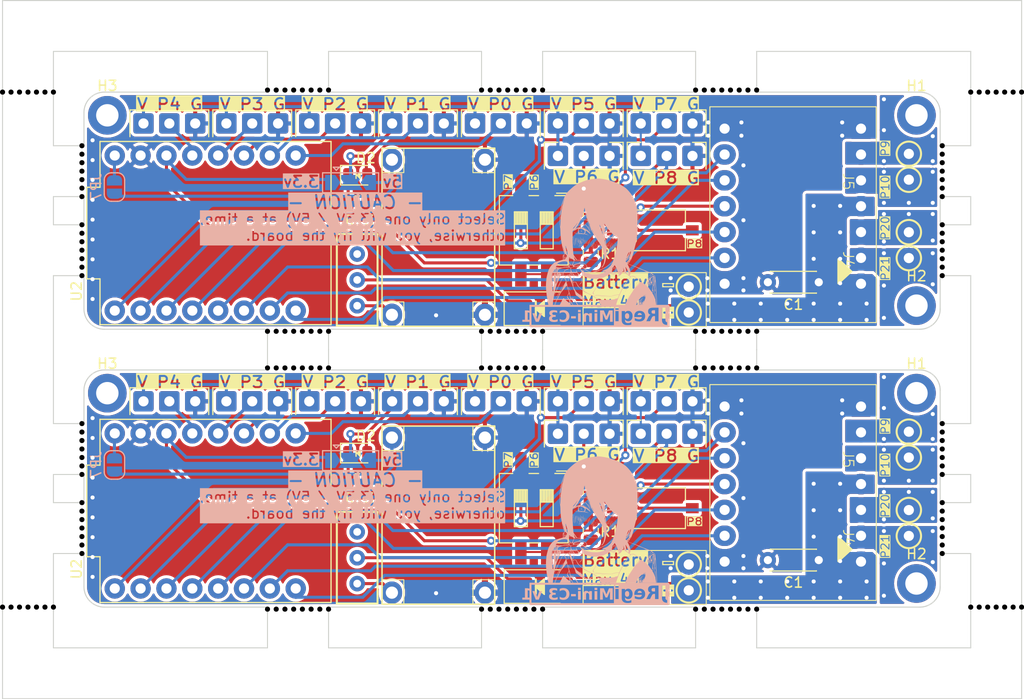
<source format=kicad_pcb>
(kicad_pcb (version 20240108) (generator "pcbnew") (generator_version "8.0")
  (layers (0 "F.Cu" signal) (31 "B.Cu" signal) (34 "B.Paste" user) (35 "F.Paste" user) (36 "B.SilkS" user "B.Silkscreen") (37 "F.SilkS" user "F.Silkscreen") (38 "B.Mask" user) (39 "F.Mask" user) (44 "Edge.Cuts" user))
  (net 0 "")
  (net 1 "Board_0-+3.3V")
  (net 2 "Board_0-+5V")
  (net 3 "Board_0-/IN_A1")
  (net 4 "Board_0-/IN_A2")
  (net 5 "Board_0-/IN_B1")
  (net 6 "Board_0-/IN_B2")
  (net 7 "Board_0-/OUT_A1")
  (net 8 "Board_0-/OUT_A2")
  (net 9 "Board_0-/OUT_B1")
  (net 10 "Board_0-/OUT_B2")
  (net 11 "Board_0-/Pin0")
  (net 12 "Board_0-/Pin1")
  (net 13 "Board_0-/Pin2")
  (net 14 "Board_0-/Pin3")
  (net 15 "Board_0-/Pin4")
  (net 16 "Board_0-/Pin5")
  (net 17 "Board_0-/Pin6")
  (net 18 "Board_0-/Pin7")
  (net 19 "Board_0-/Pin8")
  (net 20 "Board_0-/VM")
  (net 21 "Board_0-/Vcc")
  (net 22 "Board_0-GND")
  (net 23 "Board_0-Net-(D1-K)")
  (net 24 "Board_0-Net-(D2-K)")
  (net 25 "Board_0-Net-(JP7-A)")
  (net 26 "Board_0-Net-(R1-Pad1)")
  (net 27 "Board_0-Net-(R2-Pad2)")
  (net 28 "Board_0-Net-(U3-IN)")
  (net 29 "Board_0-unconnected-(H1-Pad1)")
  (net 30 "Board_0-unconnected-(H2-Pad1)")
  (net 31 "Board_0-unconnected-(H3-Pad1)")
  (net 32 "Board_1-+3.3V")
  (net 33 "Board_1-+5V")
  (net 34 "Board_1-/IN_A1")
  (net 35 "Board_1-/IN_A2")
  (net 36 "Board_1-/IN_B1")
  (net 37 "Board_1-/IN_B2")
  (net 38 "Board_1-/OUT_A1")
  (net 39 "Board_1-/OUT_A2")
  (net 40 "Board_1-/OUT_B1")
  (net 41 "Board_1-/OUT_B2")
  (net 42 "Board_1-/Pin0")
  (net 43 "Board_1-/Pin1")
  (net 44 "Board_1-/Pin2")
  (net 45 "Board_1-/Pin3")
  (net 46 "Board_1-/Pin4")
  (net 47 "Board_1-/Pin5")
  (net 48 "Board_1-/Pin6")
  (net 49 "Board_1-/Pin7")
  (net 50 "Board_1-/Pin8")
  (net 51 "Board_1-/VM")
  (net 52 "Board_1-/Vcc")
  (net 53 "Board_1-GND")
  (net 54 "Board_1-Net-(D1-K)")
  (net 55 "Board_1-Net-(D2-K)")
  (net 56 "Board_1-Net-(JP7-A)")
  (net 57 "Board_1-Net-(R1-Pad1)")
  (net 58 "Board_1-Net-(R2-Pad2)")
  (net 59 "Board_1-Net-(U3-IN)")
  (net 60 "Board_1-unconnected-(H1-Pad1)")
  (net 61 "Board_1-unconnected-(H2-Pad1)")
  (net 62 "Board_1-unconnected-(H3-Pad1)")
  (footprint "NPTH" (layer "F.Cu") (at 106.2375 73.5)
    (property "Reference" "KiKit_MB_12_2" (hide yes))
    (property "Value" "NPTH" (hide yes))
  )
  (footprint "NPTH" (layer "F.Cu") (at 190.7625 43.7)
    (property "Reference" "KiKit_MB_4_3" (hide yes))
    (property "Value" "NPTH" (hide yes))
  )
  (footprint "NPTH" (layer "F.Cu") (at 100.9375 79.6)
    (property "Reference" "KiKit_MB_22_4" (hide yes))
    (property "Value" "NPTH" (hide yes))
  )
  (footprint "NPTH" (layer "F.Cu") (at 198.5625 79.6)
    (property "Reference" "KiKit_MB_24_7" (hide yes))
    (property "Value" "NPTH" (hide yes))
  )
  (footprint "NPTH" (layer "F.Cu") (at 196.0625 79.6)
    (property "Reference" "KiKit_MB_24_4" (hide yes))
    (property "Value" "NPTH" (hide yes))
  )
  (footprint "NPTH" (layer "F.Cu") (at 146.357143 56.1)
    (property "Reference" "KiKit_MB_16_2" (hide yes))
    (property "Value" "NPTH" (hide yes))
  )
  (footprint "NPTH" (layer "F.Cu") (at 172.53125 52.5)
    (property "Reference" "KiKit_MB_10_1" (hide yes))
    (property "Value" "NPTH" (hide yes))
  )
  (footprint "MixLib:PinHeader_1x03_P2.54-THT" (layer "F.Cu") (at 114.825835 32.78 180)
    (property "Reference" "J9" (hide yes))
    (property "Value" "Sensor1" (hide yes))
  )
  (footprint "NPTH" (layer "F.Cu") (at 168.245535 28.8)
    (property "Reference" "KiKit_MB_7_3" (hide yes))
    (property "Value" "NPTH" (hide yes))
  )
  (footprint "NPTH" (layer "F.Cu") (at 100.9375 29)
    (property "Reference" "KiKit_MB_21_4" (hide yes))
    (property "Value" "NPTH" (hide yes))
  )
  (footprint "NPTH" (layer "F.Cu") (at 130.46875 52.5)
    (property "Reference" "KiKit_MB_8_1" (hide yes))
    (property "Value" "NPTH" (hide yes))
  )
  (footprint "NPTH" (layer "F.Cu") (at 148.928571 52.5)
    (property "Reference" "KiKit_MB_9_4" (hide yes))
    (property "Value" "NPTH" (hide yes))
  )
  (footprint "NPTH" (layer "F.Cu") (at 150.642857 52.5)
    (property "Reference" "KiKit_MB_9_2" (hide yes))
    (property "Value" "NPTH" (hide yes))
  )
  (footprint "NPTH" (layer "F.Cu") (at 190.7625 42.033333)
    (property "Reference" "KiKit_MB_4_1" (hide yes))
    (property "Value" "NPTH" (hide yes))
  )
  (footprint "MixLib:PinHeader_1x03_P2.54-THT" (layer "F.Cu") (at 155.5425 63.2675 180)
    (property "Reference" "J3" (hide yes))
    (property "Value" "Sensor1" (hide yes))
  )
  (footprint "Resistor_SMD:R_0805_2012Metric" (layer "F.Cu") (at 156.2325 40.98 90)
    (property "Reference" "R1")
    (property "Value" "100" (hide yes))
  )
  (footprint "MixLib:SW_Slide-03_P2.54_L9_W4_H7" (layer "F.Cu") (at 133.2825 74.75 90)
    (property "Reference" "SW1" (hide yes))
    (property "Value" "SW_Push" (hide yes))
  )
  (footprint "MixLib:MyPinHeader-01x02-vertical" (layer "F.Cu") (at 161.0775 76.665 -90)
    (property "Reference" "J1" (hide yes))
    (property "Value" "TB_1X2" (hide yes))
  )
  (footprint "NPTH" (layer "F.Cu") (at 146.357143 52.5)
    (property "Reference" "KiKit_MB_9_7" (hide yes))
    (property "Value" "NPTH" (hide yes))
  )
  (footprint "NPTH" (layer "F.Cu") (at 169.102678 28.8)
    (property "Reference" "KiKit_MB_7_4" (hide yes))
    (property "Value" "NPTH" (hide yes))
  )
  (footprint "NPTH" (layer "F.Cu") (at 170.816964 56.1)
    (property "Reference" "KiKit_MB_17_6" (hide yes))
    (property "Value" "NPTH" (hide yes))
  )
  (footprint "NPTH" (layer "F.Cu") (at 190.7625 35.1)
    (property "Reference" "KiKit_MB_3_2" (hide yes))
    (property "Value" "NPTH" (hide yes))
  )
  (footprint "NPTH" (layer "F.Cu") (at 151.5 56.1)
    (property "Reference" "KiKit_MB_16_8" (hide yes))
    (property "Value" "NPTH" (hide yes))
  )
  (footprint "NPTH" (layer "F.Cu") (at 106.2375 43.7)
    (property "Reference" "KiKit_MB_2_5" (hide yes))
    (property "Value" "NPTH" (hide yes))
  )
  (footprint "NPTH" (layer "F.Cu") (at 145.5 52.5)
    (property "Reference" "KiKit_MB_9_8" (hide yes))
    (property "Value" "NPTH" (hide yes))
  )
  (footprint "NPTH" (layer "F.Cu") (at 171.674107 52.5)
    (property "Reference" "KiKit_MB_10_2" (hide yes))
    (property "Value" "NPTH" (hide yes))
  )
  (footprint "NPTH" (layer "F.Cu") (at 168.245535 56.1)
    (property "Reference" "KiKit_MB_17_3" (hide yes))
    (property "Value" "NPTH" (hide yes))
  )
  (footprint "NPTH" (layer "F.Cu") (at 166.53125 56.1)
    (property "Reference" "KiKit_MB_17_1" (hide yes))
    (property "Value" "NPTH" (hide yes))
  )
  (footprint "NPTH" (layer "F.Cu") (at 190.7625 71)
    (property "Reference" "KiKit_MB_14_3" (hide yes))
    (property "Value" "NPTH" (hide yes))
  )
  (footprint "MixLib:PinHeader_1x03_P2.54-THT" (layer "F.Cu") (at 131.112501 60.08 180)
    (property "Reference" "J7" (hide yes))
    (property "Value" "Sensor1" (hide yes))
  )
  (footprint "NPTH" (layer "F.Cu") (at 190.7625 69.333333)
    (property "Reference" "KiKit_MB_14_1" (hide yes))
    (property "Value" "NPTH" (hide yes))
  )
  (footprint "NPTH" (layer "F.Cu") (at 190.7625 66.566666)
    (property "Reference" "KiKit_MB_13_7" (hide yes))
    (property "Value" "NPTH" (hide yes))
  )
  (footprint "MountingHole:MountingHole_2.2mm_M2_DIN965_Pad" (layer "F.Cu") (at 108.7325 58.58)
    (property "Reference" "H3")
    (property "Value" "MountingHole_Pad" (hide yes))
  )
  (footprint "NPTH" (layer "F.Cu") (at 150.642857 28.8)
    (property "Reference" "KiKit_MB_6_7" (hide yes))
    (property "Value" "NPTH" (hide yes))
  )
  (footprint "NPTH" (layer "F.Cu") (at 194.395833 79.6)
    (property "Reference" "KiKit_MB_24_2" (hide yes))
    (property "Value" "NPTH" (hide yes))
  )
  (footprint "NPTH" (layer "F.Cu") (at 100.104167 79.6)
    (property "Reference" "KiKit_MB_22_3" (hide yes))
    (property "Value" "NPTH" (hide yes))
  )
  (footprint "NPTH" (layer "F.Cu") (at 127.040179 56.1)
    (property "Reference" "KiKit_MB_15_4" (hide yes))
    (property "Value" "NPTH" (hide yes))
  )
  (footprint "NPTH" (layer "F.Cu") (at 195.229166 79.6)
    (property "Reference" "KiKit_MB_24_3" (hide yes))
    (property "Value" "NPTH" (hide yes))
  )
  (footprint "NPTH" (layer "F.Cu") (at 106.2375 34.266667)
    (property "Reference" "KiKit_MB_1_7" (hide yes))
    (property "Value" "NPTH" (hide yes))
  )
  (footprint "MixLib:Mini360_step-down" (layer "F.Cu") (at 141.2625 43.26 90)
    (property "Reference" "U3" (hide yes))
    (property "Value" "Mini360" (hide yes))
  )
  (footprint "NPTH" (layer "F.Cu") (at 125.325893 56.1)
    (property "Reference" "KiKit_MB_15_2" (hide yes))
    (property "Value" "NPTH" (hide yes))
  )
  (footprint "NPTH" (layer "F.Cu") (at 147.214286 56.1)
    (property "Reference" "KiKit_MB_16_3" (hide yes))
    (property "Value" "NPTH" (hide yes))
  )
  (footprint "NPTH" (layer "F.Cu") (at 148.928571 28.8)
    (property "Reference" "KiKit_MB_6_5" (hide yes))
    (property "Value" "NPTH" (hide yes))
  )
  (footprint "NPTH" (layer "F.Cu") (at 124.46875 79.8)
    (property "Reference" "KiKit_MB_18_8" (hide yes))
    (property "Value" "NPTH" (hide yes))
  )
  (footprint "NPTH" (layer "F.Cu") (at 146.357143 79.8)
    (property "Reference" "KiKit_MB_19_7" (hide yes))
    (property "Value" "NPTH" (hide yes))
  )
  (footprint "MountingHole:MountingHole_2.2mm_M2_DIN965_Pad" (layer "F.Cu") (at 188.2325 31.28)
    (property "Reference" "H1")
    (property "Value" "MountingHole_Pad" (hide yes))
  )
  (footprint "Resistor_SMD:R_0805_2012Metric" (layer "F.Cu") (at 156.2325 72.08 -90)
    (property "Reference" "R2")
    (property "Value" "100" (hide yes))
  )
  (footprint "Diode_SMD:D_SMA" (layer "F.Cu") (at 151.2325 50.28)
    (property "Reference" "D1" (hide yes))
    (property "Value" "M7" (hide yes))
  )
  (footprint "NPTH" (layer "F.Cu") (at 146.357143 28.8)
    (property "Reference" "KiKit_MB_6_2" (hide yes))
    (property "Value" "NPTH" (hide yes))
  )
  (footprint "Diode_SMD:D_SMA" (layer "F.Cu") (at 151.2325 77.58)
    (property "Reference" "D1" (hide yes))
    (property "Value" "M7" (hide yes))
  )
  (footprint "NPTH" (layer "F.Cu") (at 106.2375 35.933334)
    (property "Reference" "KiKit_MB_1_5" (hide yes))
    (property "Value" "NPTH" (hide yes))
  )
  (footprint "NPTH" (layer "F.Cu") (at 194.395833 29)
    (property "Reference" "KiKit_MB_23_2" (hide yes))
    (property "Value" "NPTH" (hide yes))
  )
  (footprint "NPTH" (layer "F.Cu") (at 106.2375 38.433334)
    (property "Reference" "KiKit_MB_1_2" (hide yes))
    (property "Value" "NPTH" (hide yes))
  )
  (footprint "NPTH" (layer "F.Cu") (at 190.7625 44.533333)
    (property "Reference" "KiKit_MB_4_4" (hide yes))
    (property "Value" "NPTH" (hide yes))
  )
  (footprint "NPTH" (layer "F.Cu") (at 106.2375 64.9)
    (property "Reference" "KiKit_MB_11_3" (hide yes))
    (property "Value" "NPTH" (hide yes))
  )
  (footprint "NPTH" (layer "F.Cu") (at 145.5 56.1)
    (property "Reference" "KiKit_MB_16_1" (hide yes))
    (property "Value" "NPTH" (hide yes))
  )
  (footprint "NPTH" (layer "F.Cu") (at 127.040179 28.8)
    (property "Reference" "KiKit_MB_5_4" (hide yes))
    (property "Value" "NPTH" (hide yes))
  )
  (footprint "NPTH" (layer "F.Cu") (at 169.102678 56.1)
    (property "Reference" "KiKit_MB_17_4" (hide yes))
    (property "Value" "NPTH" (hide yes))
  )
  (footprint "NPTH" (layer "F.Cu") (at 190.7625 65.733333)
    (property "Reference" "KiKit_MB_13_6" (hide yes))
    (property "Value" "NPTH" (hide yes))
  )
  (footprint "MixLib:PinHeader_1x03_P2.54-THT" (layer "F.Cu") (at 163.685835 63.2675 180)
    (property "Reference" "J11" (hide yes))
    (property "Value" "Sensor1" (hide yes))
  )
  (footprint "NPTH" (layer "F.Cu") (at 106.2375 36.766667)
    (property "Reference" "KiKit_MB_1_4" (hide yes))
    (property "Value" "NPTH" (hide yes))
  )
  (footprint "NPTH" (layer "F.Cu") (at 169.959821 56.1)
    (property "Reference" "KiKit_MB_17_5" (hide yes))
    (property "Value" "NPTH" (hide yes))
  )
  (footprint "NPTH" (layer "F.Cu") (at 106.2375 61.566666)
    (property "Reference" "KiKit_MB_11_7" (hide yes))
    (property "Value" "NPTH" (hide yes))
  )
  (footprint "MixLib:Dual-Driver-Module" (layer "F.Cu") (at 175.9825 68.24)
    (property "Reference" "U1" (hide yes))
    (property "Value" "Driver Module" (hide yes))
  )
  (footprint "Button_Switch_SMD:SW_Tactile_SPST_NO_Straight_CK_PTS636Sx25SMTRLFS" (layer "F.Cu") (at 162.3325 69.88 180)
    (property "Reference" "SW2")
    (property "Value" "SW_Push")
  )
  (footprint "NPTH" (layer "F.Cu") (at 166.53125 79.8)
    (property "Reference" "KiKit_MB_20_8" (hide yes))
    (property "Value" "NPTH" (hide yes))
  )
  (footprint "NPTH" (layer "F.Cu") (at 169.959821 79.8)
    (property "Reference" "KiKit_MB_20_4" (hide yes))
    (property "Value" "NPTH" (hide yes))
  )
  (footprint "NPTH" (layer "F.Cu") (at 171.674107 28.8)
    (property "Reference" "KiKit_MB_7_7" (hide yes))
    (property "Value" "NPTH" (hide yes))
  )
  (footprint "NPTH" (layer "F.Cu") (at 106.2375 65.733333)
    (property "Reference" "KiKit_MB_11_2" (hide yes))
    (property "Value" "NPTH" (hide yes))
  )
  (footprint "NPTH" (layer "F.Cu") (at 168.245535 79.8)
    (property "Reference" "KiKit_MB_20_6" (hide yes))
    (property "Value" "NPTH" (hide yes))
  )
  (footprint "MixLib:PinHeader_1x03_P2.54-THT" (layer "F.Cu") (at 131.112501 32.78 180)
    (property "Reference" "J7" (hide yes))
    (property "Value" "Sensor1" (hide yes))
  )
  (footprint "NPTH" (layer "F.Cu") (at 151.5 52.5)
    (property "Reference" "KiKit_MB_9_1" (hide yes))
    (property "Value" "NPTH" (hide yes))
  )
  (footprint "MixLib:PinHeader_1x03_P2.54-THT" (layer "F.Cu") (at 155.5425 60.08 180)
    (property "Reference" "J2" (hide yes))
    (property "Value" "Sensor1" (hide yes))
  )
  (footprint "NPTH" (layer "F.Cu") (at 149.785714 79.8)
    (property "Reference" "KiKit_MB_19_3" (hide yes))
    (property "Value" "NPTH" (hide yes))
  )
  (footprint "MixLib:MyPinHeader-01x02" (layer "F.Cu") (at 187.4825 44.03 -90)
    (property "Reference" "J4")
    (property "Value" "MotorB" (hide yes))
  )
  (footprint "NPTH" (layer "F.Cu") (at 147.214286 52.5)
    (property "Reference" "KiKit_MB_9_6" (hide yes))
    (property "Value" "NPTH" (hide yes))
  )
  (footprint "NPTH" (layer "F.Cu") (at 106.2375 70.166666)
    (property "Reference" "KiKit_MB_12_6" (hide yes))
    (property "Value" "NPTH" (hide yes))
  )
  (footprint "MixLib:MyPinHeader-01x02" (layer "F.Cu") (at 187.4825 36.33 -90)
    (property "Reference" "J5")
    (property "Value" "MotorA" (hide yes))
  )
  (footprint "MixLib:PinHeader_1x03_P2.54-THT" (layer "F.Cu") (at 139.255834 60.08 180)
    (property "Reference" "J6" (hide yes))
    (property "Value" "Sensor1" (hide yes))
  )
  (footprint "Resistor_SMD:R_0805_2012Metric" (layer "F.Cu") (at 156.2325 44.78 -90)
    (property "Reference" "R2")
    (property "Value" "100" (hide yes))
  )
  (footprint "NPTH" (layer "F.Cu") (at 106.2375 37.6)
    (property "Reference" "KiKit_MB_1_3" (hide yes))
    (property "Value" "NPTH" (hide yes))
  )
  (footprint "NPTH" (layer "F.Cu") (at 151.5 79.8)
    (property "Reference" "KiKit_MB_19_1" (hide yes))
    (property "Value" "NPTH" (hide yes))
  )
  (footprint "NPTH" (layer "F.Cu") (at 101.770834 29)
    (property "Reference" "KiKit_MB_21_5" (hide yes))
    (property "Value" "NPTH" (hide yes))
  )
  (footprint "NPTH" (layer "F.Cu") (at 127.897322 28.8)
    (property "Reference" "KiKit_MB_5_5" (hide yes))
    (property "Value" "NPTH" (hide yes))
  )
  (footprint "NPTH" (layer "F.Cu") (at 128.754465 28.8)
    (property "Reference" "KiKit_MB_5_6" (hide yes))
    (property "Value" "NPTH" (hide yes))
  )
  (footprint "NPTH" (layer "F.Cu") (at 149.785714 28.8)
    (property "Reference" "KiKit_MB_6_6" (hide yes))
    (property "Value" "NPTH" (hide yes))
  )
  (footprint "NPTH" (layer "F.Cu") (at 193.5625 29)
    (property "Reference" "KiKit_MB_23_1" (hide yes))
    (property "Value" "NPTH" (hide yes))
  )
  (footprint "Button_Switch_SMD:SW_DIP_SPSTx02_Slide_6.7x6.64mm_W8.61mm_P2.54mm_LowProfile" (layer "F.Cu") (at 150.6325 69.88 -90)
    (property "Reference" "SW3" (hide yes))
    (property "Value" "SW_DIP_x02" (hide yes))
  )
  (footprint "NPTH" (layer "F.Cu") (at 106.2375 64.066666)
    (property "Reference" "KiKit_MB_11_4" (hide yes))
    (property "Value" "NPTH" (hide yes))
  )
  (footprint "MixLib:PinHeader_1x03_P2.54-THT" (layer "F.Cu") (at 163.685835 32.78 180)
    (property "Reference" "J12" (hide yes))
    (property "Value" "Sensor1" (hide yes))
  )
  (footprint "Resistor_SMD:R_0805_2012Metric" (layer "F.Cu") (at 133.31188 67.23)
    (property "Reference" "R13")
    (property "Value" "2,7k")
  )
  (footprint "NPTH" (layer "F.Cu") (at 190.7625 63.233333)
    (property "Reference" "KiKit_MB_13_3" (hide yes))
    (property "Value" "NPTH" (hide yes))
  )
  (footprint "NPTH" (layer "F.Cu") (at 196.895833 79.6)
    (property "Reference" "KiKit_MB_24_5" (hide yes))
    (property "Value" "NPTH" (hide yes))
  )
  (footprint "NPTH" (layer "F.Cu") (at 190.7625 62.4)
    (property "Reference" "KiKit_MB_13_2" (hide yes))
    (property "Value" "NPTH" (hide yes))
  )
  (footprint "NPTH" (layer "F.Cu") (at 190.7625 35.933334)
    (property "Reference" "KiKit_MB_3_3" (hide yes))
    (property "Value" "NPTH" (hide yes))
  )
  (footprint "NPTH" (layer "F.Cu") (at 190.7625 34.266667)
    (property "Reference" "KiKit_MB_3_1" (hide yes))
    (property "Value" "NPTH" (hide yes))
  )
  (footprint "NPTH" (layer "F.Cu") (at 145.5 28.8)
    (property "Reference" "KiKit_MB_6_1" (hide yes))
    (property "Value" "NPTH" (hide yes))
  )
  (footprint "NPTH" (layer "F.Cu") (at 193.5625 79.6)
    (property "Reference" "KiKit_MB_24_1" (hide yes))
    (property "Value" "NPTH" (hide yes))
  )
  (footprint "MixLib:Mini360_step-down" (layer "F.Cu") (at 141.2625 70.56 90)
    (property "Reference" "U3" (hide yes))
    (property "Value" "Mini360" (hide yes))
  )
  (footprint "NPTH" (layer "F.Cu") (at 190.7625 46.2)
    (property "Reference" "KiKit_MB_4_6" (hide yes))
    (property "Value" "NPTH" (hide yes))
  )
  (footprint "NPTH" (layer "F.Cu") (at 106.2375 47.033333)
    (property "Reference" "KiKit_MB_2_1" (hide yes))
    (property "Value" "NPTH" (hide yes))
  )
  (footprint "NPTH" (layer "F.Cu") (at 103.4375 79.6)
    (property "Reference" "KiKit_MB_22_7" (hide yes))
    (property "Value" "NPTH" (hide yes))
  )
  (footprint "NPTH" (layer "F.Cu") (at 190.7625 38.433334)
    (property "Reference" "KiKit_MB_3_6" (hide yes))
    (property "Value" "NPTH" (hide yes))
  )
  (footprint "Capacitor_THT:C_Disc_D4.3mm_W1.9mm_P5.00mm" (layer "F.Cu") (at 178.6325 74.98 180)
    (property "Reference" "C1")
    (property "Value" "100" (hide yes))
  )
  (footprint "MixLib:MODULE_ESP32-C3_SUPERMINI" (layer "F.Cu") (at 119.3625 70.15 90)
    (property "Reference" "U2")
    (property "Value" "ESP32-C3_SUPERMINI" (hide yes))
  )
  (footprint "MountingHole:MountingHole_2.2mm_M2_DIN965_Pad" (layer "F.Cu") (at 188.2325 77.28)
    (property "Reference" "H2")
    (property "Value" "MountingHole_Pad" (hide yes))
  )
  (footprint "NPTH" (layer "F.Cu") (at 169.959821 52.5)
    (property "Reference" "KiKit_MB_10_4" (hide yes))
    (property "Value" "NPTH" (hide yes))
  )
  (footprint "Capacitor_THT:C_Disc_D4.3mm_W1.9mm_P5.00mm" (layer "F.Cu") (at 178.6325 47.68 180)
    (property "Reference" "C1")
    (property "Value" "100" (hide yes))
  )
  (footprint "Button_Switch_SMD:SW_Tactile_SPST_NO_Straight_CK_PTS636Sx25SMTRLFS" (layer "F.Cu") (at 162.3325 42.58 180)
    (property "Reference" "SW2")
    (property "Value" "SW_Push")
  )
  (footprint "NPTH" (layer "F.Cu") (at 128.754465 79.8)
    (property "Reference" "KiKit_MB_18_3" (hide yes))
    (property "Value" "NPTH" (hide yes))
  )
  (footprint "NPTH" (layer "F.Cu") (at 149.785714 52.5)
    (property "Reference" "KiKit_MB_9_3" (hide yes))
    (property "Value" "NPTH" (hide yes))
  )
  (footprint "NPTH" (layer "F.Cu") (at 106.2375 35.1)
    (property "Reference" "KiKit_MB_1_6" (hide yes))
    (property "Value" "NPTH" (hide yes))
  )
  (footprint "NPTH" (layer "F.Cu") (at 125.325893 79.8)
    (property "Reference" "KiKit_MB_18_7" (hide yes))
    (property "Value" "NPTH" (hide yes))
  )
  (footprint "Button_Switch_SMD:SW_DIP_SPSTx02_Slide_6.7x6.64mm_W8.61mm_P2.54mm_LowProfile" (layer "F.Cu") (at 150.6325 42.58 -90)
    (property "Reference" "SW3" (hide yes))
    (property "Value" "SW_DIP_x02" (hide yes))
  )
  (footprint "NPTH" (layer "F.Cu") (at 102.604167 79.6)
    (property "Reference" "KiKit_MB_22_6" (hide yes))
    (property "Value" "NPTH" (hide yes))
  )
  (footprint "NPTH" (layer "F.Cu") (at 168.245535 52.5)
    (property "Reference" "KiKit_MB_10_6" (hide yes))
    (property "Value" "NPTH" (hide yes))
  )
  (footprint "NPTH" (layer "F.Cu") (at 170.816964 52.5)
    (property "Reference" "KiKit_MB_10_3" (hide yes))
    (property "Value" "NPTH" (hide yes))
  )
  (footprint "NPTH" (layer "F.Cu") (at 130.46875 79.8)
    (property "Reference" "KiKit_MB_18_1" (hide yes))
    (property "Value" "NPTH" (hide yes))
  )
  (footprint "NPTH" (layer "F.Cu") (at 124.46875 56.1)
    (property "Reference" "KiKit_MB_15_1" (hide yes))
    (property "Value" "NPTH" (hide yes))
  )
  (footprint "NPTH" (layer "F.Cu") (at 150.642857 79.8)
    (property "Reference" "KiKit_MB_19_2" (hide yes))
    (property "Value" "NPTH" (hide yes))
  )
  (footprint "NPTH" (layer "F.Cu") (at 124.46875 52.5)
    (property "Reference" "KiKit_MB_8_8" (hide yes))
    (property "Value" "NPTH" (hide yes))
  )
  (footprint "NPTH" (layer "F.Cu") (at 106.2375 62.4)
    (property "Reference" "KiKit_MB_11_6" (hide yes))
    (property "Value" "NPTH" (hide yes))
  )
  (footprint "NPTH" (layer "F.Cu") (at 148.071429 52.5)
    (property "Reference" "KiKit_MB_9_5" (hide yes))
    (property "Value" "NPTH" (hide yes))
  )
  (footprint "NPTH" (layer "F.Cu") (at 190.7625 72.666666)
    (property "Reference" "KiKit_MB_14_5" (hide yes))
    (property "Value" "NPTH" (hide yes))
  )
  (footprint "MountingHole:MountingHole_2.2mm_M2_DIN965_Pad" (layer "F.Cu") (at 108.7325 31.28)
    (property "Reference" "H3")
    (property "Value" "MountingHole_Pad" (hide yes))
  )
  (footprint "NPTH" (layer "F.Cu") (at 172.53125 79.8)
    (property "Reference" "KiKit_MB_20_1" (hide yes))
    (property "Value" "NPTH" (hide yes))
  )
  (footprint "NPTH" (layer "F.Cu") (at 126.183036 79.8)
    (property "Reference" "KiKit_MB_18_6" (hide yes))
    (property "Value" "NPTH" (hide yes))
  )
  (footprint "NPTH" (layer "F.Cu") (at 127.040179 79.8)
    (property "Reference" "KiKit_MB_18_5" (hide yes))
    (property "Value" "NPTH" (hide yes))
  )
  (footprint "NPTH" (layer "F.Cu") (at 128.754465 52.5)
    (property "Reference" "KiKit_MB_8_3" (hide yes))
    (property "Value" "NPTH" (hide yes))
  )
  (footprint "NPTH" (layer "F.Cu") (at 147.214286 79.8)
    (property "Reference" "KiKit_MB_19_6" (hide yes))
    (property "Value" "NPTH" (hide yes))
  )
  (footprint "NPTH" (layer "F.Cu") (at 128.754465 56.1)
    (property "Reference" "KiKit_MB_15_6" (hide yes))
    (property "Value" "NPTH" (hide yes))
  )
  (footprint "NPTH" (layer "F.Cu") (at 190.7625 70.166666)
    (property "Reference" "KiKit_MB_14_2" (hide yes))
    (property "Value" "NPTH" (hide yes))
  )
  (footprint "NPTH" (layer "F.Cu") (at 197.729166 29)
    (property "Reference" "KiKit_MB_23_6" (hide yes))
    (property "Value" "NPTH" (hide yes))
  )
  (footprint "NPTH" (layer "F.Cu") (at 149.785714 56.1)
    (property "Reference" "KiKit_MB_16_6" (hide yes))
    (property "Value" "NPTH" (hide yes))
  )
  (footprint "NPTH" (layer "F.Cu") (at 167.388392 56.1)
    (property "Reference" "KiKit_MB_17_2" (hide yes))
    (property "Value" "NPTH" (hide yes))
  )
  (footprint "NPTH" (layer "F.Cu") (at 195.229166 29)
    (property "Reference" "KiKit_MB_23_3" (hide yes))
    (property "Value" "NPTH" (hide yes))
  )
  (footprint "NPTH" (layer "F.Cu") (at 148.071429 79.8)
    (property "Reference" "KiKit_MB_19_5" (hide yes))
    (property "Value" "NPTH" (hide yes))
  )
  (footprint "NPTH" (layer "F.Cu") (at 106.2375 63.233333)
    (property "Reference" "KiKit_MB_11_5" (hide yes))
    (property "Value" "NPTH" (hide yes))
  )
  (footprint "NPTH" (layer "F.Cu") (at 150.642857 56.1)
    (property "Reference" "KiKit_MB_16_7" (hide yes))
    (property "Value" "NPTH" (hide yes))
  )
  (footprint "NPTH" (layer "F.Cu") (at 170.816964 28.8)
    (property "Reference" "KiKit_MB_7_6" (hide yes))
    (property "Value" "NPTH" (hide yes))
  )
  (footprint "NPTH" (layer "F.Cu") (at 129.611608 79.8)
    (property "Reference" "KiKit_MB_18_2" (hide yes))
    (property "Value" "NPTH" (hide yes))
  )
  (footprint "NPTH" (layer "F.Cu") (at 148.928571 79.8)
    (property "Reference" "KiKit_MB_19_4" (hide yes))
    (property "Value" "NPTH" (hide yes))
  )
  (footprint "NPTH" (layer "F.Cu") (at 106.2375 66.566666)
    (property "Reference" "KiKit_MB_11_1" (hide yes))
    (property "Value" "NPTH" (hide yes))
  )
  (footprint "MixLib:SW_Slide-03_P2.54_L9_W4_H7" (layer "F.Cu") (at 133.2825 47.45 90)
    (property "Reference" "SW1" (hide yes))
    (property "Value" "SW_Push" (hide yes))
  )
  (footprint "NPTH" (layer "F.Cu") (at 190.7625 37.600001)
    (property "Reference" "KiKit_MB_3_5" (hide yes))
    (property "Value" "NPTH" (hide yes))
  )
  (footprint "NPTH" (layer "F.Cu") (at 127.897322 56.1)
    (property "Reference" "KiKit_MB_15_5" (hide yes))
    (property "Value" "NPTH" (hide yes))
  )
  (footprint "NPTH" (layer "F.Cu") (at 106.2375 74.333333)
    (property "Reference" "KiKit_MB_12_1" (hide yes))
    (property "Value" "NPTH" (hide yes))
  )
  (footprint "NPTH" (layer "F.Cu") (at 198.5625 29)
    (property "Reference" "KiKit_MB_23_7" (hide yes))
    (property "Value" "NPTH" (hide yes))
  )
  (footprint "NPTH" (layer "F.Cu") (at 127.897322 79.8)
    (property "Reference" "KiKit_MB_18_4" (hide yes))
    (property "Value" "NPTH" (hide yes))
  )
  (footprint "NPTH" (layer "F.Cu") (at 190.7625 42.866666)
    (property "Reference" "KiKit_MB_4_2" (hide yes))
    (property "Value" "NPTH" (hide yes))
  )
  (footprint "NPTH" (layer "F.Cu") (at 190.7625 45.366666)
    (property "Reference" "KiKit_MB_4_5" (hide yes))
    (property "Value" "NPTH" (hide yes))
  )
  (footprint "NPTH" (layer "F.Cu") (at 197.729166 79.6)
    (property "Reference" "KiKit_MB_24_6" (hide yes))
    (property "Value" "NPTH" (hide yes))
  )
  (footprint "NPTH" (layer "F.Cu") (at 145.5 79.8)
    (property "Reference" "KiKit_MB_19_8" (hide yes))
    (property "Value" "NPTH" (hide yes))
  )
  (footprint "NPTH" (layer "F.Cu") (at 171.674107 79.8)
    (property "Reference" "KiKit_MB_20_2" (hide yes))
    (property "Value" "NPTH" (hide yes))
  )
  (footprint "NPTH" (layer "F.Cu") (at 106.2375 42.866666)
    (property "Reference" "KiKit_MB_2_6" (hide yes))
    (property "Value" "NPTH" (hide yes))
  )
  (footprint "NPTH" (layer "F.Cu") (at 98.4375 29)
    (property "Reference" "KiKit_MB_21_1" (hide yes))
    (property "Value" "NPTH" (hide yes))
  )
  (footprint "NPTH" (layer "F.Cu") (at 106.2375 44.533333)
    (property "Reference" "KiKit_MB_2_4" (hide yes))
    (property "Value" "NPTH" (hide yes))
  )
  (footprint "Resistor_SMD:R_0805_2012Metric" (layer "F.Cu") (at 156.2325 68.28 90)
    (property "Reference" "R1")
    (property "Value" "100" (hide yes))
  )
  (footprint "NPTH" (layer "F.Cu") (at 126.183036 28.8)
    (property "Reference" "KiKit_MB_5_3" (hide yes))
    (property "Value" "NPTH" (hide yes))
  )
  (footprint "NPTH" (layer "F.Cu") (at 190.7625 64.066666)
    (property "Reference" "KiKit_MB_13_4" (hide yes))
    (property "Value" "NPTH" (hide yes))
  )
  (footprint "NPTH" (layer "F.Cu") (at 99.270834 79.6)
    (property "Reference" "KiKit_MB_22_2" (hide yes))
    (property "Value" "NPTH" (hide yes))
  )
  (footprint "NPTH" (layer "F.Cu") (at 125.325893 52.5)
    (property "Reference" "KiKit_MB_8_7" (hide yes))
    (property "Value" "NPTH" (hide yes))
  )
  (footprint "NPTH" (layer "F.Cu") (at 106.2375 72.666666)
    (property "Reference" "KiKit_MB_12_3" (hide yes))
    (property "Value" "NPTH" (hide yes))
  )
  (footprint "NPTH" (layer "F.Cu") (at 190.7625 36.766667)
    (property "Reference" "KiKit_MB_3_4" (hide yes))
    (property "Value" "NPTH" (hide yes))
  )
  (footprint "NPTH" (layer "F.Cu") (at 169.959821 28.8)
    (property "Reference" "KiKit_MB_7_5" (hide yes))
    (property "Value" "NPTH" (hide yes))
  )
  (footprint "NPTH" (layer "F.Cu") (at 106.2375 71)
    (property "Reference" "KiKit_MB_12_5" (hide yes))
    (property "Value" "NPTH" (hide yes))
  )
  (footprint "MixLib:LED_0805_2012Metric" (layer "F.Cu") (at 133.18188 37.18594)
    (property "Reference" "D2")
    (property "Value" "LED")
  )
  (footprint "NPTH" (layer "F.Cu") (at 103.4375 29)
    (property "Reference" "KiKit_MB_21_7" (hide yes))
    (property "Value" "NPTH" (hide yes))
  )
  (footprint "NPTH" (layer "F.Cu") (at 167.388392 52.5)
    (property "Reference" "KiKit_MB_10_7" (hide yes))
    (property "Value" "NPTH" (hide yes))
  )
  (footprint "NPTH" (layer "F.Cu") (at 127.897322 52.5)
    (property "Reference" "KiKit_MB_8_4" (hide yes))
    (property "Value" "NPTH" (hide yes))
  )
  (footprint "MixLib:PinHeader_1x03_P2.54-THT" (layer "F.Cu") (at 122.969168 60.08 180)
    (property "Reference" "J8" (hide yes))
    (property "Value" "Sensor1" (hide yes))
  )
  (footprint "NPTH" (layer "F.Cu") (at 125.325893 28.8)
    (property "Reference" "KiKit_MB_5_2" (hide yes))
    (property "Value" "NPTH" (hide yes))
  )
  (footprint "NPTH" (layer "F.Cu") (at 126.183036 52.5)
    (property "Reference" "KiKit_MB_8_6" (hide yes))
    (property "Value" "NPTH" (hide yes))
  )
  (footprint "NPTH" (layer "F.Cu") (at 106.2375 71.833333)
    (property "Reference" "KiKit_MB_12_4" (hide yes))
    (property "Value" "NPTH" (hide yes))
  )
  (footprint "NPTH" (layer "F.Cu") (at 148.071429 56.1)
    (property "Reference" "KiKit_MB_16_4" (hide yes))
    (property "Value" "NPTH" (hide yes))
  )
  (footprint "MixLib:MODULE_ESP32-C3_SUPERMINI" (layer "F.Cu") (at 119.3625 42.85 90)
    (property "Reference" "U2")
    (property "Value" "ESP32-C3_SUPERMINI" (hide yes))
  )
  (footprint "NPTH" (layer "F.Cu") (at 190.7625 61.566666)
    (property "Reference" "KiKit_MB_13_1" (hide yes))
    (property "Value" "NPTH" (hide yes))
  )
  (footprint "NPTH" (layer "F.Cu") (at 190.7625 73.5)
    (property "Reference" "KiKit_MB_14_6" (hide yes))
    (property "Value" "NPTH" (hide yes))
  )
  (footprint "NPTH" (layer "F.Cu") (at 172.53125 28.8)
    (property "Reference" "KiKit_MB_7_8" (hide yes))
    (property "Value" "NPTH" (hide yes))
  )
  (footprint "NPTH" (layer "F.Cu") (at 190.7625 74.333333)
    (property "Reference" "KiKit_MB_14_7" (hide yes))
    (property "Value" "NPTH" (hide yes))
  )
  (footprint "NPTH" (layer "F.Cu") (at 196.895833 29)
    (property "Reference" "KiKit_MB_23_5" (hide yes))
    (property "Value" "NPTH" (hide yes))
  )
  (footprint "NPTH" (layer "F.Cu") (at 130.46875 56.1)
    (property "Reference" "KiKit_MB_15_8" (hide yes))
    (property "Value" "NPTH" (hide yes))
  )
  (footprint "MixLib:PinHeader_1x03_P2.54-THT" (layer "F.Cu") (at 147.399167 60.08 180)
    (property "Reference" "J10" (hide yes))
    (property "Value" "Sensor1" (hide yes))
  )
  (footprint "NPTH" (layer "F.Cu") (at 106.2375 42.033333)
    (property "Reference" "KiKit_MB_2_7" (hide yes))
    (property "Value" "NPTH" (hide yes))
  )
  (footprint "MountingHole:MountingHole_2.2mm_M2_DIN965_Pad" (layer "F.Cu") (at 188.2325 49.98)
    (property "Reference" "H2")
    (property "Value" "MountingHole_Pad" (hide yes))
  )
  (footprint "NPTH" (layer "F.Cu") (at 166.53125 28.8)
    (property "Reference" "KiKit_MB_7_1" (hide yes))
    (property "Value" "NPTH" (hide yes))
  )
  (footprint "MountingHole:MountingHole_2.2mm_M2_DIN965_Pad" (layer "F.Cu") (at 188.2325 58.58)
    (property "Reference" "H1")
    (property "Value" "MountingHole_Pad" (hide yes))
  )
  (footprint "MixLib:PinHeader_1x03_P2.54-THT" (layer "F.Cu") (at 155.5425 32.78 180)
    (property "Reference" "J2" (hide yes))
    (property "Value" "Sensor1" (hide yes))
  )
  (footprint "NPTH" (layer "F.Cu") (at 171.674107 56.1)
    (property "Reference" "KiKit_MB_17_7" (hide yes))
    (property "Value" "NPTH" (hide yes))
  )
  (footprint "Resistor_SMD:R_0805_2012Metric" (layer "F.Cu") (at 133.31188 39.93)
    (property "Reference" "R13")
    (property "Value" "2,7k")
  )
  (footprint "NPTH" (layer "F.Cu") (at 130.46875 28.8)
    (property "Reference" "KiKit_MB_5_8" (hide yes))
    (property "Value" "NPTH" (hide yes))
  )
  (footprint "NPTH" (layer "F.Cu") (at 106.2375 46.2)
    (property "Reference" "KiKit_MB_2_2" (hide yes))
    (property "Value" "NPTH" (hide yes))
  )
  (footprint "NPTH" (layer "F.Cu") (at 196.0625 29)
    (property "Reference" "KiKit_MB_23_4" (hide yes))
    (property "Value" "NPTH" (hide yes))
  )
  (footprint "NPTH" (layer "F.Cu") (at 190.7625 64.9)
    (property "Reference" "KiKit_MB_13_5" (hide yes))
    (property "Value" "NPTH" (hide yes))
  )
  (footprint "NPTH" (layer "F.Cu") (at 190.7625 47.033333)
    (property "Reference" "KiKit_MB_4_7" (hide yes))
    (property "Value" "NPTH" (hide yes))
  )
  (footprint "MixLib:MyPinHeader-01x02" (layer "F.Cu") (at 187.4825 71.33 -90)
    (property "Reference" "J4")
    (property "Value" "MotorB" (hide yes))
  )
  (footprint "NPTH" (layer "F.Cu") (at 102.604167 29)
    (property "Reference" "KiKit_MB_21_6" (hide yes))
    (property "Value" "NPTH" (hide yes))
  )
  (footprint "NPTH" (layer "F.Cu") (at 106.2375 39.266667)
    (property "Reference" "KiKit_MB_1_1" (hide yes))
    (property "Value" "NPTH" (hide yes))
  )
  (footprint "NPTH" (layer "F.Cu") (at 148.928571 56.1)
    (property "Reference" "KiKit_MB_16_5" (hide yes))
    (property "Value" "NPTH" (hide yes))
  )
  (footprint "NPTH" (layer "F.Cu") (at 129.611608 56.1)
    (property "Reference" "KiKit_MB_15_7" (hide yes))
    (property "Value" "NPTH" (hide yes))
  )
  (footprint "MixLib:PinHeader_1x03_P2.54-THT" (layer "F.Cu") (at 139.255834 32.78 180)
    (property "Reference" "J6" (hide yes))
    (property "Value" "Sensor1" (hide yes))
  )
  (footprint "NPTH" (layer "F.Cu") (at 169.102678 52.5)
    (property "Reference" "KiKit_MB_10_5" (hide yes))
    (property "Value" "NPTH" (hide yes))
  )
  (footprint "NPTH" (layer "F.Cu") (at 147.214286 28.8)
    (property "Reference" "KiKit_MB_6_3" (hide yes))
    (property "Value" "NPTH" (hide yes))
  )
  (footprint "NPTH" (layer "F.Cu") (at 100.104167 29)
    (property "Reference" "KiKit_MB_21_3" (hide yes))
    (property "Value" "NPTH" (hide yes))
  )
  (footprint "MixLib:MyPinHeader-01x02-vertical" (layer "F.Cu") (at 161.0775 49.365 -90)
    (property "Reference" "J1" (hide yes))
    (property "Value" "TB_1X2" (hide yes))
  )
  (footprint "NPTH" (layer "F.Cu") (at 190.7625 71.833333)
    (property "Reference" "KiKit_MB_14_4" (hide yes))
    (property "Value" "NPTH" (hide yes))
  )
  (footprint "MixLib:LED_0805_2012Metric" (layer "F.Cu") (at 133.18188 64.48594)
    (property "Reference" "D2")
    (property "Value" "LED")
  )
  (footprint "NPTH" (layer "F.Cu") (at 151.5 28.8)
    (property "Reference" "KiKit_MB_6_8" (hide yes))
    (property "Value" "NPTH" (hide yes))
  )
  (footprint "NPTH" (layer "F.Cu") (at 124.46875 28.8)
    (property "Reference" "KiKit_MB_5_1" (hide yes))
    (property "Value" "NPTH" (hide yes))
  )
  (footprint "NPTH" (layer "F.Cu") (at 148.071429 28.8)
    (property "Reference" "KiKit_MB_6_4" (hide yes))
    (property "Value" "NPTH" (hide yes))
  )
  (footprint "NPTH" (layer "F.Cu") (at 126.183036 56.1)
    (property "Reference" "KiKit_MB_15_3" (hide yes))
    (property "Value" "NPTH" (hide yes))
  )
  (footprint "NPTH" (layer "F.Cu") (at 172.53125 56.1)
    (property "Reference" "KiKit_MB_17_8" (hide yes))
    (property "Value" "NPTH" (hide yes))
  )
  (footprint "MixLib:PinHeader_1x03_P2.54-THT" (layer "F.Cu") (at 122.969168 32.78 180)
    (property "Reference" "J8" (hide yes))
    (property "Value" "Sensor1" (hide yes))
  )
  (footprint "MixLib:PinHeader_1x03_P2.54-THT" (layer "F.Cu") (at 155.5425 35.9675 180)
    (property "Reference" "J3" (hide yes))
    (property "Value" "Sensor1" (hide yes))
  )
  (footprint "MixLib:PinHeader_1x03_P2.54-THT" (layer "F.Cu") (at 163.685835 35.9675 180)
    (property "Reference" "J11" (hide yes))
    (property "Value" "Sensor1" (hide yes))
  )
  (footprint "MixLib:Dual-Driver-Module" (layer "F.Cu") (at 175.9825 40.94)
    (property "Reference" "U1" (hide yes))
    (property "Value" "Driver Module" (hide yes))
  )
  (footprint "NPTH" (layer "F.Cu") (at 101.770834 79.6)
    (property "Reference" "KiKit_MB_22_5" (hide yes))
    (property "Value" "NPTH" (hide yes))
  )
  (footprint "MixLib:MyPinHeader-01x02" (layer "F.Cu") (at 187.4825 63.63 -90)
    (property "Reference" "J5")
    (property "Value" "MotorA" (hide yes))
  )
  (footprint "MixLib:PinHeader_1x03_P2.54-THT" (layer "F.Cu") (at 163.685835 60.08 180)
    (property "Reference" "J12" (hide yes))
    (property "Value" "Sensor1" (hide yes))
  )
  (footprint "NPTH" (layer "F.Cu") (at 167.388392 28.8)
    (property "Reference" "KiKit_MB_7_2" (hide yes))
    (property "Value" "NPTH" (hide yes))
  )
  (footprint "NPTH" (layer "F.Cu") (at 129.611608 52.5)
    (property "Reference" "KiKit_MB_8_2" (hide yes))
    (property "Value" "NPTH" (hide yes))
  )
  (footprint "NPTH" (layer "F.Cu") (at 170.816964 79.8)
    (property "Reference" "KiKit_MB_20_3" (hide yes))
    (property "Value" "NPTH" (hide yes))
  )
  (footprint "NPTH" (layer "F.Cu") (at 127.040179 52.5)
    (property "Reference" "KiKit_MB_8_5" (hide yes))
    (property "Value" "NPTH" (hide yes))
  )
  (footprint "NPTH" (layer "F.Cu") (at 166.53125 52.5)
    (property "Reference" "KiKit_MB_10_8" (hide yes))
    (property "Value" "NPTH" (hide yes))
  )
  (footprint "NPTH" (layer "F.Cu") (at 129.611608 28.8)
    (property "Reference" "KiKit_MB_5_7" (hide yes))
    (property "Value" "NPTH" (hide yes))
  )
  (footprint "NPTH" (layer "F.Cu") (at 167.388392 79.8)
    (property "Reference" "KiKit_MB_20_7" (hide yes))
    (property "Value" "NPTH" (hide yes))
  )
  (footprint "NPTH" (layer "F.Cu") (at 106.2375 45.366666)
    (property "Reference" "KiKit_MB_2_3" (hide yes))
    (property "Value" "NPTH" (hide yes))
  )
  (footprint "NPTH" (layer "F.Cu") (at 99.270834 29)
    (property "Reference" "KiKit_MB_21_2" (hide yes))
    (property "Value" "NPTH" (hide yes))
  )
  (footprint "MixLib:PinHeader_1x03_P2.54-THT" (layer "F.Cu") (at 147.399167 32.78 180)
    (property "Reference" "J10" (hide yes))
    (property "Value" "Sensor1" (hide yes))
  )
  (footprint "NPTH" (layer "F.Cu") (at 169.102678 79.8)
    (property "Reference" "KiKit_MB_20_5" (hide yes))
    (property "Value" "NPTH" (hide yes))
  )
  (footprint "NPTH" (layer "F.Cu") (at 190.7625 39.266667)
    (property "Reference" "KiKit_MB_3_7" (hide yes))
    (property "Value" "NPTH" (hide yes))
  )
  (footprint "MixLib:PinHeader_1x03_P2.54-THT" (layer "F.Cu") (at 114.825835 60.08 180)
    (property "Reference" "J9" (hide yes))
    (property "Value" "Sensor1" (hide yes))
  )
  (footprint "NPTH" (layer "F.Cu") (at 106.2375 69.333333)
    (property "Reference" "KiKit_MB_12_7" (hide yes))
    (property "Value" "NPTH" (hide yes))
  )
  (footprint "NPTH" (layer "F.Cu") (at 98.4375 79.6)
    (property "Reference" "KiKit_MB_22_1" (hide yes))
    (property "Value" "NPTH" (hide yes))
  )
  (footprint "Jumper:SolderJumper-3_P2.0mm_Open_TrianglePad1.0x1.5mm" (layer "B.Cu") (at 132.6325 37.88)
    (property "Reference" "JP1" (hide yes))
    (property "Value" "Sensors voltage jumper")
  )
  (footprint "Jumper:SolderJumper-3_P2.0mm_Open_TrianglePad1.0x1.5mm" (layer "B.Cu") (at 132.6325 65.18)
    (property "Reference" "JP1" (hide yes))
    (property "Value" "Sensors voltage jumper")
  )
  (footprint "Jumper:SolderJumper-2_P1.3mm_Open_RoundedPad1.0x1.5mm" (layer "B.Cu") (at 109.4325 38.33 -90)
    (property "Reference" "JP7")
    (property "Value" "Jumper_2_Small_Open")
  )
  (footprint "LOGO" (layer "B.Cu") (at 156.9825 43.41473 180)
    (property "Reference" "G***" (hide yes))
    (property "Value" "LOGO" (hide yes))
  )
  (footprint "LOGO" (layer "B.Cu") (at 156.9825 70.71473 180)
    (property "Reference" "G***" (hide yes))
    (property "Value" "LOGO" (hide yes))
  )
  (footprint "Jumper:SolderJumper-2_P1.3mm_Open_RoundedPad1.0x1.5mm" (layer "B.Cu") (at 109.4325 65.63 -90)
    (property "Reference" "JP7")
    (property "Value" "Jumper_2_Small_Open")
  )
  (gr_rect (start 150.3075 77.305) (end 163.8325 79.305) (stroke (width 0.2)) (fill none) (layer "B.SilkS"))
  (gr_rect (start 150.3075 50.005) (end 163.8325 52.005) (stroke (width 0.2)) (fill none) (layer "B.SilkS"))
  (gr_line (start 106.47844 30.597402) (end 106.460563 30.697144) (stroke (width 0.1)) (layer "Edge.Cuts"))
  (gr_line (start 106.47844 57.897402) (end 106.460563 57.997144) (stroke (width 0.1)) (layer "Edge.Cuts"))
  (gr_line (start 188.965097 56.34094) (end 188.865355 56.323063) (stroke (width 0.1)) (layer "Edge.Cuts"))
  (gr_line (start 103.4375 47.033333) (end 106.4375 47.033333) (stroke (width 0.1)) (layer "Edge.Cuts"))
  (gr_line (start 190.521559 30.597402) (end 190.498654 30.498694) (stroke (width 0.1)) (layer "Edge.Cuts"))
  (gr_line (start 189.161226 52.208278) (end 189.25711 52.175504) (stroke (width 0.1)) (layer "Edge.Cuts"))
  (gr_line (start 107.134755 29.482483) (end 107.059566 29.550414) (stroke (width 0.1)) (layer "Edge.Cuts"))
  (gr_line (start 198.5625 20) (end 98.4375 20) (stroke (width 0.1)) (layer "Edge.Cuts"))
  (gr_line (start 190.080016 29.697255) (end 190.012085 29.622066) (stroke (width 0.1)) (layer "Edge.Cuts"))
  (gr_line (start 166.53125 79.6) (end 166.53125 83.6) (stroke (width 0.1)) (layer "Edge.Cuts"))
  (gr_line (start 190.358109 78.480788) (end 190.400415 78.388711) (stroke (width 0.1)) (layer "Edge.Cuts"))
  (gr_line (start 188.5625 56.3) (end 172.53125 56.3) (stroke (width 0.1)) (layer "Edge.Cuts"))
  (gr_line (start 106.688806 78.570603) (end 106.740211 78.657928) (stroke (width 0.1)) (layer "Edge.Cuts"))
  (gr_line (start 190.559933 50.401298) (end 190.5625 50.3) (stroke (width 0.1)) (layer "Edge.Cuts"))
  (gr_line (start 190.259788 78.657928) (end 190.311193 78.570603) (stroke (width 0.1)) (layer "Edge.Cuts"))
  (gr_line (start 166.53125 83.6) (end 151.5 83.6) (stroke (width 0.1)) (layer "Edge.Cuts"))
  (gr_line (start 106.64189 30.119211) (end 106.599584 30.211288) (stroke (width 0.1)) (layer "Edge.Cuts"))
  (gr_line (start 190.521559 57.897402) (end 190.498654 57.798694) (stroke (width 0.1)) (layer "Edge.Cuts"))
  (gr_line (start 193.5625 39.266666) (end 193.5625 42.033333) (stroke (width 0.1)) (layer "Edge.Cuts"))
  (gr_line (start 189.351211 52.137915) (end 189.443288 52.095609) (stroke (width 0.1)) (layer "Edge.Cuts"))
  (gr_line (start 190.012085 56.922066) (end 189.940433 56.850414) (stroke (width 0.1)) (layer "Edge.Cuts"))
  (gr_line (start 106.987914 51.677933) (end 107.059566 51.749585) (stroke (width 0.1)) (layer "Edge.Cuts"))
  (gr_line (start 190.311193 78.570603) (end 190.358109 78.480788) (stroke (width 0.1)) (layer "Edge.Cuts"))
  (gr_line (start 190.498654 30.498694) (end 190.470778 30.401273) (stroke (width 0.1)) (layer "Edge.Cuts"))
  (gr_line (start 188.865355 52.276936) (end 188.965097 52.259059) (stroke (width 0.1)) (layer "Edge.Cuts"))
  (gr_line (start 145.5 52.3) (end 145.5 54.299) (stroke (width 0.1)) (layer "Edge.Cuts"))
  (gr_line (start 124.46875 54.301) (end 124.46875 56.3) (stroke (width 0.1)) (layer "Edge.Cuts"))
  (gr_line (start 189.25711 29.124495) (end 189.161226 29.091721) (stroke (width 0.1)) (layer "Edge.Cuts"))
  (gr_line (start 188.865355 29.023063) (end 188.764836 29.010261) (stroke (width 0.1)) (layer "Edge.Cuts"))
  (gr_line (start 106.987914 56.922066) (end 106.919983 56.997255) (stroke (width 0.1)) (layer "Edge.Cuts"))
  (gr_line (start 145.5 83.6) (end 130.46875 83.6) (stroke (width 0.1)) (layer "Edge.Cuts"))
  (gr_line (start 172.53125 83.6) (end 172.53125 79.6) (stroke (width 0.1)) (layer "Edge.Cuts"))
  (gr_line (start 106.440066 58.198701) (end 106.4375 58.3) (stroke (width 0.1)) (layer "Edge.Cuts"))
  (gr_line (start 189.443288 79.395609) (end 189.533103 79.348693) (stroke (width 0.1)) (layer "Edge.Cuts"))
  (gr_line (start 103.4375 25) (end 124.46875 25) (stroke (width 0.1)) (layer "Edge.Cuts"))
  (gr_line (start 107.466896 52.048693) (end 107.556711 52.095609) (stroke (width 0.1)) (layer "Edge.Cuts"))
  (gr_line (start 106.447761 77.802336) (end 106.460563 77.902855) (stroke (width 0.1)) (layer "Edge.Cuts"))
  (gr_line (start 188.965097 29.04094) (end 188.865355 29.023063) (stroke (width 0.1)) (layer "Edge.Cuts"))
  (gr_line (start 107.838773 79.508278) (end 107.936194 79.536154) (stroke (width 0.1)) (layer "Edge.Cuts"))
  (gr_line (start 130.46875 52.3) (end 145.5 52.3) (stroke (width 0.1)) (layer "Edge.Cuts"))
  (gr_line (start 98.4375 20) (end 98.4375 88.6) (stroke (width 0.1)) (layer "Edge.Cuts"))
  (gr_line (start 188.764836 79.589738) (end 188.865355 79.576936) (stroke (width 0.1)) (layer "Edge.Cuts"))
  (gr_line (start 193.5625 66.566666) (end 193.5625 69.333333) (stroke (width 0.1)) (layer "Edge.Cuts"))
  (gr_line (start 145.5 56.3) (end 130.46875 56.3) (stroke (width 0.1)) (layer "Edge.Cuts"))
  (gr_line (start 145.5 25) (end 145.5 29) (stroke (width 0.1)) (layer "Edge.Cuts"))
  (gr_line (start 189.786711 29.418448) (end 189.705036 29.358473) (stroke (width 0.1)) (layer "Edge.Cuts"))
  (gr_line (start 166.53125 52.3) (end 166.53125 54.299) (stroke (width 0.1)) (layer "Edge.Cuts"))
  (gr_line (start 124.46875 25) (end 124.46875 29) (stroke (width 0.1)) (layer "Edge.Cuts"))
  (gr_line (start 189.786711 56.718448) (end 189.705036 56.658473) (stroke (width 0.1)) (layer "Edge.Cuts"))
  (gr_line (start 172.53125 54.301) (end 172.53125 54.299) (stroke (width 0.1)) (layer "Edge.Cuts"))
  (gr_line (start 107.059566 29.550414) (end 106.987914 29.622066) (stroke (width 0.1)) (layer "Edge.Cuts"))
  (gr_line (start 193.5625 34.266666) (end 190.5625 34.266666) (stroke (width 0.1)) (layer "Edge.Cuts"))
  (gr_line (start 106.4375 74.333333) (end 106.4375 77.6) (stroke (width 0.1)) (layer "Edge.Cuts"))
  (gr_line (start 190.080016 56.997255) (end 190.012085 56.922066) (stroke (width 0.1)) (layer "Edge.Cuts"))
  (gr_line (start 190.552238 30.797663) (end 190.539436 30.697144) (stroke (width 0.1)) (layer "Edge.Cuts"))
  (gr_line (start 190.539436 57.997144) (end 190.521559 57.897402) (stroke (width 0.1)) (layer "Edge.Cuts"))
  (gr_line (start 189.705036 79.241526) (end 189.786711 79.181551) (stroke (width 0.1)) (layer "Edge.Cuts"))
  (gr_line (start 103.4375 74.333333) (end 106.4375 74.333333) (stroke (width 0.1)) (layer "Edge.Cuts"))
  (gr_line (start 190.400415 57.511288) (end 190.358109 57.419211) (stroke (width 0.1)) (layer "Edge.Cuts"))
  (gr_line (start 106.688806 30.029396) (end 106.64189 30.119211) (stroke (width 0.1)) (layer "Edge.Cuts"))
  (gr_line (start 107.466896 29.251306) (end 107.379571 29.302711) (stroke (width 0.1)) (layer "Edge.Cuts"))
  (gr_line (start 193.5625 83.6) (end 172.53125 83.6) (stroke (width 0.1)) (layer "Edge.Cuts"))
  (gr_line (start 124.46875 56.3) (end 108.4375 56.3) (stroke (width 0.1)) (layer "Edge.Cuts"))
  (gr_line (start 188.764836 56.310261) (end 188.663798 56.302566) (stroke (width 0.1)) (layer "Edge.Cuts"))
  (gr_line (start 106.529221 50.898726) (end 106.561995 50.99461) (stroke (width 0.1)) (layer "Edge.Cuts"))
  (gr_line (start 103.4375 61.566666) (end 103.4375 47.033333) (stroke (width 0.1)) (layer "Edge.Cuts"))
  (gr_line (start 151.5 52.3) (end 166.53125 52.3) (stroke (width 0.1)) (layer "Edge.Cuts"))
  (gr_line (start 106.47844 78.002597) (end 106.501345 78.101305) (stroke (width 0.1)) (layer "Edge.Cuts"))
  (gr_line (start 106.501345 78.101305) (end 106.529221 78.198726) (stroke (width 0.1)) (layer "Edge.Cuts"))
  (gr_line (start 172.53125 52.3) (end 188.5625 52.3) (stroke (width 0.1)) (layer "Edge.Cuts"))
  (gr_line (start 107.294963 79.241526) (end 107.379571 79.297288) (stroke (width 0.1)) (layer "Edge.Cuts"))
  (gr_line (start 190.400415 51.088711) (end 190.438004 50.99461) (stroke (width 0.1)) (layer "Edge.Cuts"))
  (gr_line (start 106.501345 50.801305) (end 106.529221 50.898726) (stroke (width 0.1)) (layer "Edge.Cuts"))
  (gr_line (start 106.64189 57.419211) (end 106.599584 57.511288) (stroke (width 0.1)) (layer "Edge.Cuts"))
  (gr_line (start 108.034902 52.259059) (end 108.134644 52.276936) (stroke (width 0.1)) (layer "Edge.Cuts"))
  (gr_line (start 172.53125 25) (end 193.5625 25) (stroke (width 0.1)) (layer "Edge.Cuts"))
  (gr_line (start 190.5625 50.3) (end 190.5625 47.033333) (stroke (width 0.1)) (layer "Edge.Cuts"))
  (gr_line (start 151.5 56.3) (end 151.5 54.301) (stroke (width 0.1)) (layer "Edge.Cuts"))
  (gr_line (start 151.5 79.6) (end 166.53125 79.6) (stroke (width 0.1)) (layer "Edge.Cuts"))
  (gr_line (start 189.25711 52.175504) (end 189.351211 52.137915) (stroke (width 0.1)) (layer "Edge.Cuts"))
  (gr_line (start 103.4375 42.033333) (end 103.4375 39.266666) (stroke (width 0.1)) (layer "Edge.Cuts"))
  (gr_line (start 190.012085 51.677933) (end 190.080016 51.602744) (stroke (width 0.1)) (layer "Edge.Cuts"))
  (gr_line (start 107.213288 29.418448) (end 107.134755 29.482483) (stroke (width 0.1)) (layer "Edge.Cuts"))
  (gr_line (start 106.795973 57.157463) (end 106.740211 57.242071) (stroke (width 0.1)) (layer "Edge.Cuts"))
  (gr_line (start 106.529221 57.701273) (end 106.501345 57.798694) (stroke (width 0.1)) (layer "Edge.Cuts"))
  (gr_line (start 190.400415 30.211288) (end 190.358109 30.119211) (stroke (width 0.1)) (layer "Edge.Cuts"))
  (gr_line (start 107.213288 79.181551) (end 107.294963 79.241526) (stroke (width 0.1)) (layer "Edge.Cuts"))
  (gr_line (start 106.795973 51.442536) (end 106.855948 51.524211) (stroke (width 0.1)) (layer "Edge.Cuts"))
  (gr_line (start 103.4375 34.266666) (end 103.4375 25) (stroke (width 0.1)) (layer "Edge.Cuts"))
  (gr_line (start 103.4375 69.333333) (end 103.4375 66.566666) (stroke (width 0.1)) (layer "Edge.Cuts"))
  (gr_line (start 190.552238 77.802336) (end 190.559933 77.701298) (stroke (width 0.1)) (layer "Edge.Cuts"))
  (gr_line (start 107.294963 51.941526) (end 107.379571 51.997288) (stroke (width 0.1)) (layer "Edge.Cuts"))
  (gr_line (start 145.5 29) (end 130.46875 29) (stroke (width 0.1)) (layer "Edge.Cuts"))
  (gr_line (start 151.5 29) (end 151.5 25) (stroke (width 0.1)) (layer "Edge.Cuts"))
  (gr_line (start 190.311193 30.029396) (end 190.259788 29.942071) (stroke (width 0.1)) (layer "Edge.Cuts"))
  (gr_line (start 124.46875 79.6) (end 124.46875 83.6) (stroke (width 0.1)) (layer "Edge.Cuts"))
  (gr_line (start 106.501345 57.798694) (end 106.47844 57.897402) (stroke (width 0.1)) (layer "Edge.Cuts"))
  (gr_line (start 106.440066 77.701298) (end 106.447761 77.802336) (stroke (width 0.1)) (layer "Edge.Cuts"))
  (gr_line (start 190.080016 78.902744) (end 190.144051 78.824211) (stroke (width 0.1)) (layer "Edge.Cuts"))
  (gr_line (start 190.5625 66.566666) (end 193.5625 66.566666) (stroke (width 0.1)) (layer "Edge.Cuts"))
  (gr_line (start 190.438004 30.305389) (end 190.400415 30.211288) (stroke (width 0.1)) (layer "Edge.Cuts"))
  (gr_line (start 166.53125 54.301) (end 166.53125 56.3) (stroke (width 0.1)) (layer "Edge.Cuts"))
  (gr_line (start 106.795973 29.857463) (end 106.740211 29.942071) (stroke (width 0.1)) (layer "Edge.Cuts"))
  (gr_line (start 130.46875 79.6) (end 145.5 79.6) (stroke (width 0.1)) (layer "Edge.Cuts"))
  (gr_line (start 98.4375 88.6) (end 198.5625 88.6) (stroke (width 0.1)) (layer "Edge.Cuts"))
  (gr_line (start 106.561995 50.99461) (end 106.599584 51.088711) (stroke (width 0.1)) (layer "Edge.Cuts"))
  (gr_line (start 193.5625 25) (end 193.5625 34.266666) (stroke (width 0.1)) (layer "Edge.Cuts"))
  (gr_line (start 106.561995 57.605389) (end 106.529221 57.701273) (stroke (width 0.1)) (layer "Edge.Cuts"))
  (gr_line (start 190.080016 51.602744) (end 190.144051 51.524211) (stroke (width 0.1)) (layer "Edge.Cuts"))
  (gr_line (start 130.46875 54.299) (end 130.46875 52.3) (stroke (width 0.1)) (layer "Edge.Cuts"))
  (gr_line (start 151.5 54.301) (end 151.5 54.299) (stroke (width 0.1)) (layer "Edge.Cuts"))
  (gr_line (start 106.599584 78.388711) (end 106.64189 78.480788) (stroke (width 0.1)) (layer "Edge.Cuts"))
  (gr_line (start 190.5625 61.566666) (end 190.5625 58.3) (stroke (width 0.1)) (layer "Edge.Cuts"))
  (gr_line (start 107.556711 52.095609) (end 107.648788 52.137915) (stroke (width 0.1)) (layer "Edge.Cuts"))
  (gr_line (start 189.063805 56.363845) (end 188.965097 56.34094) (stroke (width 0.1)) (layer "Edge.Cuts"))
  (gr_line (start 107.379571 29.302711) (end 107.294963 29.358473) (stroke (width 0.1)) (layer "Edge.Cuts"))
  (gr_line (start 189.351211 29.162084) (end 189.25711 29.124495) (stroke (width 0.1)) (layer "Edge.Cuts"))
  (gr_line (start 188.764836 52.289738) (end 188.865355 52.276936) (stroke (width 0.1)) (layer "Edge.Cuts"))
  (gr_line (start 107.134755 56.782483) (end 107.059566 56.850414) (stroke (width 0.1)) (layer "Edge.Cuts"))
  (gr_line (start 189.161226 29.091721) (end 189.063805 29.063845) (stroke (width 0.1)) (layer "Edge.Cuts"))
  (gr_line (start 108.336201 52.297433) (end 108.4375 52.3) (stroke (width 0.1)) (layer "Edge.Cuts"))
  (gr_line (start 108.134644 79.576936) (end 108.235163 79.589738) (stroke (width 0.1)) (layer "Edge.Cuts"))
  (gr_line (start 190.5625 42.033333) (end 190.5625 39.266666) (stroke (width 0.1)) (layer "Edge.Cuts"))
  (gr_line (start 106.460563 50.602855) (end 106.47844 50.702597) (stroke (width 0.1)) (layer "Edge.Cuts"))
  (gr_line (start 106.47844 50.702597) (end 106.501345 50.801305) (stroke (width 0.1)) (layer "Edge.Cuts"))
  (gr_line (start 189.940433 29.550414) (end 189.865244 29.482483) (stroke (width 0.1)) (layer "Edge.Cuts"))
  (gr_line (start 108.336201 29.002566) (end 108.235163 29.010261) (stroke (width 0.1)) (layer "Edge.Cuts"))
  (gr_line (start 108.235163 56.310261) (end 108.134644 56.323063) (stroke (width 0.1)) (layer "Edge.Cuts"))
  (gr_line (start 106.64189 78.480788) (end 106.688806 78.570603) (stroke (width 0.1)) (layer "Edge.Cuts"))
  (gr_line (start 107.134755 51.817516) (end 107.213288 51.881551) (stroke (width 0.1)) (layer "Edge.Cuts"))
  (gr_line (start 106.460563 57.997144) (end 106.447761 58.097663) (stroke (width 0.1)) (layer "Edge.Cuts"))
  (gr_line (start 190.498654 50.801305) (end 190.521559 50.702597) (stroke (width 0.1)) (layer "Edge.Cuts"))
  (gr_line (start 172.53125 29) (end 172.53125 25) (stroke (width 0.1)) (layer "Edge.Cuts"))
  (gr_line (start 189.620428 79.297288) (end 189.705036 79.241526) (stroke (width 0.1)) (layer "Edge.Cuts"))
  (gr_line (start 107.059566 51.749585) (end 107.134755 51.817516) (stroke (width 0.1)) (layer "Edge.Cuts"))
  (gr_line (start 107.742889 52.175504) (end 107.838773 52.208278) (stroke (width 0.1)) (layer "Edge.Cuts"))
  (gr_line (start 189.161226 56.391721) (end 189.063805 56.363845) (stroke (width 0.1)) (layer "Edge.Cuts"))
  (gr_line (start 190.438004 50.99461) (end 190.470778 50.898726) (stroke (width 0.1)) (layer "Edge.Cuts"))
  (gr_line (start 107.742889 29.124495) (end 107.648788 29.162084) (stroke (width 0.1)) (layer "Edge.Cuts"))
  (gr_line (start 188.965097 79.559059) (end 189.063805 79.536154) (stroke (width 0.1)) (layer "Edge.Cuts"))
  (gr_line (start 106.740211 51.357928) (end 106.795973 51.442536) (stroke (width 0.1)) (layer "Edge.Cuts"))
  (gr_line (start 106.529221 30.401273) (end 106.501345 30.498694) (stroke (width 0.1)) (layer "Edge.Cuts"))
  (gr_line (start 151.5 83.6) (end 151.5 79.6) (stroke (width 0.1)) (layer "Edge.Cuts"))
  (gr_line (start 189.705036 56.658473) (end 189.620428 56.602711) (stroke (width 0.1)) (layer "Edge.Cuts"))
  (gr_line (start 189.25711 79.475504) (end 189.351211 79.437915) (stroke (width 0.1)) (layer "Edge.Cuts"))
  (gr_line (start 190.552238 58.097663) (end 190.539436 57.997144) (stroke (width 0.1)) (layer "Edge.Cuts"))
  (gr_line (start 108.336201 79.597433) (end 108.4375 79.6) (stroke (width 0.1)) (layer "Edge.Cuts"))
  (gr_line (start 193.5625 61.566666) (end 190.5625 61.566666) (stroke (width 0.1)) (layer "Edge.Cuts"))
  (gr_line (start 106.987914 78.977933) (end 107.059566 79.049585) (stroke (width 0.1)) (layer "Edge.Cuts"))
  (gr_line (start 107.742889 56.424495) (end 107.648788 56.462084) (stroke (width 0.1)) (layer "Edge.Cuts"))
  (gr_line (start 107.379571 79.297288) (end 107.466896 79.348693) (stroke (width 0.1)) (layer "Edge.Cuts"))
  (gr_line (start 107.294963 56.658473) (end 107.213288 56.718448) (stroke (width 0.1)) (layer "Edge.Cuts"))
  (gr_line (start 172.53125 54.299) (end 172.53125 52.3) (stroke (width 0.1)) (layer "Edge.Cuts"))
  (gr_line (start 106.855948 57.075788) (end 106.795973 57.157463) (stroke (width 0.1)) (layer "Edge.Cuts"))
  (gr_line (start 190.498654 78.101305) (end 190.521559 78.002597) (stroke (width 0.1)) (layer "Edge.Cuts"))
  (gr_line (start 106.599584 30.211288) (end 106.561995 30.305389) (stroke (width 0.1)) (layer "Edge.Cuts"))
  (gr_line (start 172.53125 79.6) (end 188.5625 79.6) (stroke (width 0.1)) (layer "Edge.Cuts"))
  (gr_line (start 151.5 25) (end 166.53125 25) (stroke (width 0.1)) (layer "Edge.Cuts"))
  (gr_line (start 190.552238 50.502336) (end 190.559933 50.401298) (stroke (width 0.1)) (layer "Edge.Cuts"))
  (gr_line (start 166.53125 25) (end 166.53125 29) (stroke (width 0.1)) (layer "Edge.Cuts"))
  (gr_line (start 106.561995 78.29461) (end 106.599584 78.388711) (stroke (width 0.1)) (layer "Edge.Cuts"))
  (gr_line (start 190.5625 47.033333) (end 193.5625 47.033333) (stroke (width 0.1)) (layer "Edge.Cuts"))
  (gr_line (start 189.865244 56.782483) (end 189.786711 56.718448) (stroke (width 0.1)) (layer "Edge.Cuts"))
  (gr_line (start 190.311193 51.270603) (end 190.358109 51.180788) (stroke (width 0.1)) (layer "Edge.Cuts"))
  (gr_line (start 190.5625 34.266666) (end 190.5625 31) (stroke (width 0.1)) (layer "Edge.Cuts"))
  (gr_line (start 145.5 79.6) (end 145.5 83.6) (stroke (width 0.1)) (layer "Edge.Cuts"))
  (gr_line (start 188.865355 56.323063) (end 188.764836 56.310261) (stroke (width 0.1)) (layer "Edge.Cuts"))
  (gr_line (start 188.865355 79.576936) (end 188.965097 79.559059) (stroke (width 0.1)) (layer "Edge.Cuts"))
  (gr_line (start 107.936194 79.536154) (end 108.034902 79.559059) (stroke (width 0.1)) (layer "Edge.Cuts"))
  (gr_line (start 107.648788 56.462084) (end 107.556711 56.50439) (stroke (width 0.1)) (layer "Edge.Cuts"))
  (gr_line (start 108.034902 79.559059) (end 108.134644 79.576936) (stroke (width 0.1)) (layer "Edge.Cuts"))
  (gr_line (start 189.533103 29.251306) (end 189.443288 29.20439) (stroke (width 0.1)) (layer "Edge.Cuts"))
  (gr_line (start 190.144051 29.775788) (end 190.080016 29.697255) (stroke (width 0.1)) (layer "Edge.Cuts"))
  (gr_line (start 106.919983 29.697255) (end 106.855948 29.775788) (stroke (width 0.1)) (layer "Edge.Cuts"))
  (gr_line (start 107.838773 56.391721) (end 107.742889 56.424495) (stroke (width 0.1)) (layer "Edge.Cuts"))
  (gr_line (start 190.5625 58.3) (end 190.559933 58.198701) (stroke (width 0.1)) (layer "Edge.Cuts"))
  (gr_line (start 107.134755 79.117516) (end 107.213288 79.181551) (stroke (width 0.1)) (layer "Edge.Cuts"))
  (gr_line (start 106.4375 77.6) (end 106.440066 77.701298) (stroke (width 0.1)) (layer "Edge.Cuts"))
  (gr_line (start 190.204026 51.442536) (end 190.259788 51.357928) (stroke (width 0.1)) (layer "Edge.Cuts"))
  (gr_line (start 107.213288 51.881551) (end 107.294963 51.941526) (stroke (width 0.1)) (layer "Edge.Cuts"))
  (gr_line (start 190.144051 78.824211) (end 190.204026 78.742536) (stroke (width 0.1)) (layer "Edge.Cuts"))
  (gr_line (start 198.5625 88.6) (end 198.5625 20) (stroke (width 0.1)) (layer "Edge.Cuts"))
  (gr_line (start 107.059566 79.049585) (end 107.134755 79.117516) (stroke (width 0.1)) (layer "Edge.Cuts"))
  (gr_line (start 189.25711 56.424495) (end 189.161226 56.391721) (stroke (width 0.1)) (layer "Edge.Cuts"))
  (gr_line (start 189.443288 29.20439) (end 189.351211 29.162084) (stroke (width 0.1)) (layer "Edge.Cuts"))
  (gr_line (start 108.4375 79.6) (end 124.46875 79.6) (stroke (width 0.1)) (layer "Edge.Cuts"))
  (gr_line (start 107.379571 56.602711) (end 107.294963 56.658473) (stroke (width 0.1)) (layer "Edge.Cuts"))
  (gr_line (start 189.161226 79.508278) (end 189.25711 79.475504) (stroke (width 0.1)) (layer "Edge.Cuts"))
  (gr_line (start 189.620428 29.302711) (end 189.533103 29.251306) (stroke (width 0.1)) (layer "Edge.Cuts"))
  (gr_line (start 106.688806 57.329396) (end 106.64189 57.419211) (stroke (width 0.1)) (layer "Edge.Cuts"))
  (gr_line (start 108.134644 52.276936) (end 108.235163 52.289738) (stroke (width 0.1)) (layer "Edge.Cuts"))
  (gr_line (start 190.438004 78.29461) (end 190.470778 78.198726) (stroke (width 0.1)) (layer "Edge.Cuts"))
  (gr_line (start 130.46875 25) (end 145.5 25) (stroke (width 0.1)) (layer "Edge.Cuts"))
  (gr_line (start 107.838773 29.091721) (end 107.742889 29.124495) (stroke (width 0.1)) (layer "Edge.Cuts"))
  (gr_line (start 107.213288 56.718448) (end 107.134755 56.782483) (stroke (width 0.1)) (layer "Edge.Cuts"))
  (gr_line (start 166.53125 29) (end 151.5 29) (stroke (width 0.1)) (layer "Edge.Cuts"))
  (gr_line (start 106.599584 57.511288) (end 106.561995 57.605389) (stroke (width 0.1)) (layer "Edge.Cuts"))
  (gr_line (start 193.5625 47.033333) (end 193.5625 61.566666) (stroke (width 0.1)) (layer "Edge.Cuts"))
  (gr_line (start 107.379571 51.997288) (end 107.466896 52.048693) (stroke (width 0.1)) (layer "Edge.Cuts"))
  (gr_line (start 190.559933 77.701298) (end 190.5625 77.6) (stroke (width 0.1)) (layer "Edge.Cuts"))
  (gr_line (start 188.5625 29) (end 172.53125 29) (stroke (width 0.1)) (layer "Edge.Cuts"))
  (gr_line (start 106.919983 51.602744) (end 106.987914 51.677933) (stroke (width 0.1)) (layer "Edge.Cuts"))
  (gr_line (start 107.556711 79.395609) (end 107.648788 79.437915) (stroke (width 0.1)) (layer "Edge.Cuts"))
  (gr_line (start 103.4375 39.266666) (end 106.4375 39.266666) (stroke (width 0.1)) (layer "Edge.Cuts"))
  (gr_line (start 106.64189 51.180788) (end 106.688806 51.270603) (stroke (width 0.1)) (layer "Edge.Cuts"))
  (gr_line (start 189.786711 51.881551) (end 189.865244 51.817516) (stroke (width 0.1)) (layer "Edge.Cuts"))
  (gr_line (start 188.5625 52.3) (end 188.663798 52.297433) (stroke (width 0.1)) (layer "Edge.Cuts"))
  (gr_line (start 107.059566 56.850414) (end 106.987914 56.922066) (stroke (width 0.1)) (layer "Edge.Cuts"))
  (gr_line (start 106.599584 51.088711) (end 106.64189 51.180788) (stroke (width 0.1)) (layer "Edge.Cuts"))
  (gr_line (start 172.53125 56.3) (end 172.53125 54.301) (stroke (width 0.1)) (layer "Edge.Cuts"))
  (gr_line (start 108.034902 29.04094) (end 107.936194 29.063845) (stroke (width 0.1)) (layer "Edge.Cuts"))
  (gr_line (start 190.259788 57.242071) (end 190.204026 57.157463) (stroke (width 0.1)) (layer "Edge.Cuts"))
  (gr_line (start 108.336201 56.302566) (end 108.235163 56.310261) (stroke (width 0.1)) (layer "Edge.Cuts"))
  (gr_line (start 189.063805 52.236154) (end 189.161226 52.208278) (stroke (width 0.1)) (layer "Edge.Cuts"))
  (gr_line (start 166.53125 56.3) (end 151.5 56.3) (stroke (width 0.1)) (layer "Edge.Cuts"))
  (gr_line (start 108.034902 56.34094) (end 107.936194 56.363845) (stroke (width 0.1)) (layer "Edge.Cuts"))
  (gr_line (start 189.620428 56.602711) (end 189.533103 56.551306) (stroke (width 0.1)) (layer "Edge.Cuts"))
  (gr_line (start 106.447761 58.097663) (end 106.440066 58.198701) (stroke (width 0.1)) (layer "Edge.Cuts"))
  (gr_line (start 188.5625 79.6) (end 188.663798 79.597433) (stroke (width 0.1)) (layer "Edge.Cuts"))
  (gr_line (start 190.259788 51.357928) (end 190.311193 51.270603) (stroke (width 0.1)) (layer "Edge.Cuts"))
  (gr_line (start 189.940433 51.749585) (end 190.012085 51.677933) (stroke (width 0.1)) (layer "Edge.Cuts"))
  (gr_line (start 106.4375 34.266666) (end 103.4375 34.266666) (stroke (width 0.1)) (layer "Edge.Cuts"))
  (gr_line (start 189.865244 29.482483) (end 189.786711 29.418448) (stroke (width 0.1)) (layer "Edge.Cuts"))
  (gr_line (start 106.447761 50.502336) (end 106.460563 50.602855) (stroke (width 0.1)) (layer "Edge.Cuts"))
  (gr_line (start 190.012085 78.977933) (end 190.080016 78.902744) (stroke (width 0.1)) (layer "Edge.Cuts"))
  (gr_line (start 189.443288 52.095609) (end 189.533103 52.048693) (stroke (width 0.1)) (layer "Edge.Cuts"))
  (gr_line (start 189.443288 56.50439) (end 189.351211 56.462084) (stroke (width 0.1)) (layer "Edge.Cuts"))
  (gr_line (start 106.740211 78.657928) (end 106.795973 78.742536) (stroke (width 0.1)) (layer "Edge.Cuts"))
  (gr_line (start 108.235163 29.010261) (end 108.134644 29.023063) (stroke (width 0.1)) (layer "Edge.Cuts"))
  (gr_line (start 193.5625 42.033333) (end 190.5625 42.033333) (stroke (width 0.1)) (layer "Edge.Cuts"))
  (gr_line (start 106.4375 58.3) (end 106.4375 61.566666) (stroke (width 0.1)) (layer "Edge.Cuts"))
  (gr_line (start 106.688806 51.270603) (end 106.740211 51.357928) (stroke (width 0.1)) (layer "Edge.Cuts"))
  (gr_line (start 103.4375 83.6) (end 103.4375 74.333333) (stroke (width 0.1)) (layer "Edge.Cuts"))
  (gr_line (start 130.46875 29) (end 130.46875 25) (stroke (width 0.1)) (layer "Edge.Cuts"))
  (gr_line (start 106.740211 29.942071) (end 106.688806 30.029396) (stroke (width 0.1)) (layer "Edge.Cuts"))
  (gr_line (start 106.919983 78.902744) (end 106.987914 78.977933) (stroke (width 0.1)) (layer "Edge.Cuts"))
  (gr_line (start 190.144051 51.524211) (end 190.204026 51.442536) (stroke (width 0.1)) (layer "Edge.Cuts"))
  (gr_line (start 190.144051 57.075788) (end 190.080016 56.997255) (stroke (width 0.1)) (layer "Edge.Cuts"))
  (gr_line (start 106.460563 30.697144) (end 106.447761 30.797663) (stroke (width 0.1)) (layer "Edge.Cuts"))
  (gr_line (start 189.620428 51.997288) (end 189.705036 51.941526) (stroke (width 0.1)) (layer "Edge.Cuts"))
  (gr_line (start 189.351211 56.462084) (end 189.25711 56.424495) (stroke (width 0.1)) (layer "Edge.Cuts"))
  (gr_line (start 107.556711 56.50439) (end 107.466896 56.551306) (stroke (width 0.1)) (layer "Edge.Cuts"))
  (gr_line (start 130.46875 56.3) (end 130.46875 54.301) (stroke (width 0.1)) (layer "Edge.Cuts"))
  (gr_line (start 106.4375 50.3) (end 106.440066 50.401298) (stroke (width 0.1)) (layer "Edge.Cuts"))
  (gr_line (start 106.440066 50.401298) (end 106.447761 50.502336) (stroke (width 0.1)) (layer "Edge.Cuts"))
  (gr_line (start 145.5 54.299) (end 145.5 54.301) (stroke (width 0.1)) (layer "Edge.Cuts"))
  (gr_line (start 190.521559 50.702597) (end 190.539436 50.602855) (stroke (width 0.1)) (layer "Edge.Cuts"))
  (gr_line (start 190.5625 69.333333) (end 190.5625 66.566666) (stroke (width 0.1)) (layer "Edge.Cuts"))
  (gr_line (start 190.358109 51.180788) (end 190.400415 51.088711) (stroke (width 0.1)) (layer "Edge.Cuts"))
  (gr_line (start 190.470778 78.198726) (end 190.498654 78.101305) (stroke (width 0.1)) (layer "Edge.Cuts"))
  (gr_line (start 107.936194 56.363845) (end 107.838773 56.391721) (stroke (width 0.1)) (layer "Edge.Cuts"))
  (gr_line (start 189.865244 79.117516) (end 189.940433 79.049585) (stroke (width 0.1)) (layer "Edge.Cuts"))
  (gr_line (start 107.742889 79.475504) (end 107.838773 79.508278) (stroke (width 0.1)) (layer "Edge.Cuts"))
  (gr_line (start 108.4375 56.3) (end 108.336201 56.302566) (stroke (width 0.1)) (layer "Edge.Cuts"))
  (gr_line (start 190.438004 57.605389) (end 190.400415 57.511288) (stroke (width 0.1)) (layer "Edge.Cuts"))
  (gr_line (start 189.705036 51.941526) (end 189.786711 51.881551) (stroke (width 0.1)) (layer "Edge.Cuts"))
  (gr_line (start 189.865244 51.817516) (end 189.940433 51.749585) (stroke (width 0.1)) (layer "Edge.Cuts"))
  (gr_line (start 107.466896 79.348693) (end 107.556711 79.395609) (stroke (width 0.1)) (layer "Edge.Cuts"))
  (gr_line (start 190.539436 50.602855) (end 190.552238 50.502336) (stroke (width 0.1)) (layer "Edge.Cuts"))
  (gr_line (start 189.351211 79.437915) (end 189.443288 79.395609) (stroke (width 0.1)) (layer "Edge.Cuts"))
  (gr_line (start 107.936194 29.063845) (end 107.838773 29.091721) (stroke (width 0.1)) (layer "Edge.Cuts"))
  (gr_line (start 107.648788 52.137915) (end 107.742889 52.175504) (stroke (width 0.1)) (layer "Edge.Cuts"))
  (gr_line (start 190.470778 57.701273) (end 190.438004 57.605389) (stroke (width 0.1)) (layer "Edge.Cuts"))
  (gr_line (start 188.663798 29.002566) (end 188.5625 29) (stroke (width 0.1)) (layer "Edge.Cuts"))
  (gr_line (start 106.987914 29.622066) (end 106.919983 29.697255) (stroke (width 0.1)) (layer "Edge.Cuts"))
  (gr_line (start 188.663798 52.297433) (end 188.764836 52.289738) (stroke (width 0.1)) (layer "Edge.Cuts"))
  (gr_line (start 106.447761 30.797663) (end 106.440066 30.898701) (stroke (width 0.1)) (layer "Edge.Cuts"))
  (gr_line (start 190.400415 78.388711) (end 190.438004 78.29461) (stroke (width 0.1)) (layer "Edge.Cuts"))
  (gr_line (start 124.46875 29) (end 108.4375 29) (stroke (width 0.1)) (layer "Edge.Cuts"))
  (gr_line (start 190.204026 57.157463) (end 190.144051 57.075788) (stroke (width 0.1)) (layer "Edge.Cuts"))
  (gr_line (start 107.556711 29.20439) (end 107.466896 29.251306) (stroke (width 0.1)) (layer "Edge.Cuts"))
  (gr_line (start 190.521559 78.002597) (end 190.539436 77.902855) (stroke (width 0.1)) (layer "Edge.Cuts"))
  (gr_line (start 107.294963 29.358473) (end 107.213288 29.418448) (stroke (width 0.1)) (layer "Edge.Cuts"))
  (gr_line (start 108.235163 52.289738) (end 108.336201 52.297433) (stroke (width 0.1)) (layer "Edge.Cuts"))
  (gr_line (start 189.786711 79.181551) (end 189.865244 79.117516) (stroke (width 0.1)) (layer "Edge.Cuts"))
  (gr_line (start 103.4375 66.566666) (end 106.4375 66.566666) (stroke (width 0.1)) (layer "Edge.Cuts"))
  (gr_line (start 107.838773 52.208278) (end 107.936194 52.236154) (stroke (width 0.1)) (layer "Edge.Cuts"))
  (gr_line (start 106.561995 30.305389) (end 106.529221 30.401273) (stroke (width 0.1)) (layer "Edge.Cuts"))
  (gr_line (start 190.470778 50.898726) (end 190.498654 50.801305) (stroke (width 0.1)) (layer "Edge.Cuts"))
  (gr_line (start 106.460563 77.902855) (end 106.47844 78.002597) (stroke (width 0.1)) (layer "Edge.Cuts"))
  (gr_line (start 190.358109 30.119211) (end 190.311193 30.029396) (stroke (width 0.1)) (layer "Edge.Cuts"))
  (gr_line (start 106.4375 66.566666) (end 106.4375 69.333333) (stroke (width 0.1)) (layer "Edge.Cuts"))
  (gr_line (start 190.311193 57.329396) (end 190.259788 57.242071) (stroke (width 0.1)) (layer "Edge.Cuts"))
  (gr_line (start 166.53125 54.299) (end 166.53125 54.301) (stroke (width 0.1)) (layer "Edge.Cuts"))
  (gr_line (start 106.855948 29.775788) (end 106.795973 29.857463) (stroke (width 0.1)) (layer "Edge.Cuts"))
  (gr_line (start 145.5 54.301) (end 145.5 56.3) (stroke (width 0.1)) (layer "Edge.Cuts"))
  (gr_line (start 130.46875 54.301) (end 130.46875 54.299) (stroke (width 0.1)) (layer "Edge.Cuts"))
  (gr_line (start 108.4375 29) (end 108.336201 29.002566) (stroke (width 0.1)) (layer "Edge.Cuts"))
  (gr_line (start 106.919983 56.997255) (end 106.855948 57.075788) (stroke (width 0.1)) (layer "Edge.Cuts"))
  (gr_line (start 190.5625 39.266666) (end 193.5625 39.266666) (stroke (width 0.1)) (layer "Edge.Cuts"))
  (gr_line (start 190.539436 77.902855) (end 190.552238 77.802336) (stroke (width 0.1)) (layer "Edge.Cuts"))
  (gr_line (start 107.936194 52.236154) (end 108.034902 52.259059) (stroke (width 0.1)) (layer "Edge.Cuts"))
  (gr_line (start 190.5625 74.333333) (end 193.5625 74.333333) (stroke (width 0.1)) (layer "Edge.Cuts"))
  (gr_line (start 106.4375 47.033333) (end 106.4375 50.3) (stroke (width 0.1)) (layer "Edge.Cuts"))
  (gr_line (start 193.5625 74.333333) (end 193.5625 83.6) (stroke (width 0.1)) (layer "Edge.Cuts"))
  (gr_line (start 190.559933 30.898701) (end 190.552238 30.797663) (stroke (width 0.1)) (layer "Edge.Cuts"))
  (gr_line (start 124.46875 54.299) (end 124.46875 54.301) (stroke (width 0.1)) (layer "Edge.Cuts"))
  (gr_line (start 190.204026 78.742536) (end 190.259788 78.657928) (stroke (width 0.1)) (layer "Edge.Cuts"))
  (gr_line (start 108.134644 56.323063) (end 108.034902 56.34094) (stroke (width 0.1)) (layer "Edge.Cuts"))
  (gr_line (start 106.4375 61.566666) (end 103.4375 61.566666) (stroke (width 0.1)) (layer "Edge.Cuts"))
  (gr_line (start 190.204026 29.857463) (end 190.144051 29.775788) (stroke (width 0.1)) (layer "Edge.Cuts"))
  (gr_line (start 189.533103 56.551306) (end 189.443288 56.50439) (stroke (width 0.1)) (layer "Edge.Cuts"))
  (gr_line (start 188.663798 56.302566) (end 188.5625 56.3) (stroke (width 0.1)) (layer "Edge.Cuts"))
  (gr_line (start 190.5625 31) (end 190.559933 30.898701) (stroke (width 0.1)) (layer "Edge.Cuts"))
  (gr_line (start 107.648788 79.437915) (end 107.742889 79.475504) (stroke (width 0.1)) (layer "Edge.Cuts"))
  (gr_line (start 190.539436 30.697144) (end 190.521559 30.597402) (stroke (width 0.1)) (layer "Edge.Cuts"))
  (gr_line (start 106.795973 78.742536) (end 106.855948 78.824211) (stroke (width 0.1)) (layer "Edge.Cuts"))
  (gr_line (start 190.498654 57.798694) (end 190.470778 57.701273) (stroke (width 0.1)) (layer "Edge.Cuts"))
  (gr_line (start 188.663798 79.597433) (end 188.764836 79.589738) (stroke (width 0.1)) (layer "Edge.Cuts"))
  (gr_line (start 124.46875 83.6) (end 103.4375 83.6) (stroke (width 0.1)) (layer "Edge.Cuts"))
  (gr_line (start 190.259788 29.942071) (end 190.204026 29.857463) (stroke (width 0.1)) (layer "Edge.Cuts"))
  (gr_line (start 189.705036 29.358473) (end 189.620428 29.302711) (stroke (width 0.1)) (layer "Edge.Cuts"))
  (gr_line (start 190.012085 29.622066) (end 189.940433 29.550414) (stroke (width 0.1)) (layer "Edge.Cuts"))
  (gr_line (start 151.5 54.299) (end 151.5 52.3) (stroke (width 0.1)) (layer "Edge.Cuts"))
  (gr_line (start 124.46875 52.3) (end 124.46875 54.299) (stroke (width 0.1)) (layer "Edge.Cuts"))
  (gr_line (start 108.4375 52.3) (end 124.46875 52.3) (stroke (width 0.1)) (layer "Edge.Cuts"))
  (gr_line (start 189.063805 29.063845) (end 188.965097 29.04094) (stroke (width 0.1)) (layer "Edge.Cuts"))
  (gr_line (start 189.063805 79.536154) (end 189.161226 79.508278) (stroke (width 0.1)) (layer "Edge.Cuts"))
  (gr_line (start 106.740211 57.242071) (end 106.688806 57.329396) (stroke (width 0.1)) (layer "Edge.Cuts"))
  (gr_line (start 106.4375 42.033333) (end 103.4375 42.033333) (stroke (width 0.1)) (layer "Edge.Cuts"))
  (gr_line (start 193.5625 69.333333) (end 190.5625 69.333333) (stroke (width 0.1)) (layer "Edge.Cuts"))
  (gr_line (start 189.940433 79.049585) (end 190.012085 78.977933) (stroke (width 0.1)) (layer "Edge.Cuts"))
  (gr_line (start 189.533103 79.348693) (end 189.620428 79.297288) (stroke (width 0.1)) (layer "Edge.Cuts"))
  (gr_line (start 106.440066 30.898701) (end 106.4375 31) (stroke (width 0.1)) (layer "Edge.Cuts"))
  (gr_line (start 189.940433 56.850414) (end 189.865244 56.782483) (stroke (width 0.1)) (layer "Edge.Cuts"))
  (gr_line (start 106.4375 31) (end 106.4375 34.266666) (stroke (width 0.1)) (layer "Edge.Cuts"))
  (gr_line (start 190.358109 57.419211) (end 190.311193 57.329396) (stroke (width 0.1)) (layer "Edge.Cuts"))
  (gr_line (start 106.855948 51.524211) (end 106.919983 51.602744) (stroke (width 0.1)) (layer "Edge.Cuts"))
  (gr_line (start 189.533103 52.048693) (end 189.620428 51.997288) (stroke (width 0.1)) (layer "Edge.Cuts"))
  (gr_line (start 107.466896 56.551306) (end 107.379571 56.602711) (stroke (width 0.1)) (layer "Edge.Cuts"))
  (gr_line (start 188.965097 52.259059) (end 189.063805 52.236154) (stroke (width 0.1)) (layer "Edge.Cuts"))
  (gr_line (start 106.529221 78.198726) (end 106.561995 78.29461) (stroke (width 0.1)) (layer "Edge.Cuts"))
  (gr_line (start 108.134644 29.023063) (end 108.034902 29.04094) (stroke (width 0.1)) (layer "Edge.Cuts"))
  (gr_line (start 106.501345 30.498694) (end 106.47844 30.597402) (stroke (width 0.1)) (layer "Edge.Cuts"))
  (gr_line (start 106.4375 69.333333) (end 103.4375 69.333333) (stroke (width 0.1)) (layer "Edge.Cuts"))
  (gr_line (start 190.5625 77.6) (end 190.5625 74.333333) (stroke (width 0.1)) (layer "Edge.Cuts"))
  (gr_line (start 106.855948 78.824211) (end 106.919983 78.902744) (stroke (width 0.1)) (layer "Edge.Cuts"))
  (gr_line (start 108.235163 79.589738) (end 108.336201 79.597433) (stroke (width 0.1)) (layer "Edge.Cuts"))
  (gr_line (start 188.764836 29.010261) (end 188.663798 29.002566) (stroke (width 0.1)) (layer "Edge.Cuts"))
  (gr_line (start 190.470778 30.401273) (end 190.438004 30.305389) (stroke (width 0.1)) (layer "Edge.Cuts"))
  (gr_line (start 130.46875 83.6) (end 130.46875 79.6) (stroke (width 0.1)) (layer "Edge.Cuts"))
  (gr_line (start 107.648788 29.162084) (end 107.556711 29.20439) (stroke (width 0.1)) (layer "Edge.Cuts"))
  (gr_line (start 106.4375 39.266666) (end 106.4375 42.033333) (stroke (width 0.1)) (layer "Edge.Cuts"))
  (gr_line (start 190.559933 58.198701) (end 190.552238 58.097663) (stroke (width 0.1)) (layer "Edge.Cuts"))
  (gr_text "Mini-C3 v1" (at 158.5325 51.755 0) (layer "B.SilkS") (effects (font (size 1.1 1.1) (thickness 0.275) (bold yes)) (justify left bottom mirror)))
  (gr_text "JRegi" (at 163.7325 79.03 0) (layer "B.SilkS" knockout) (effects (font (size 1.3 1.3) (thickness 0.275) (bold yes)) (justify left bottom mirror)))
  (gr_text "Select only one (3.3V / 5V) at a time,\notherwise, you will fry the board.\n" (at 147.922978 43.68 0) (layer "B.SilkS" knockout) (effects (font (size 1 1)) (justify left bottom mirror)))
  (gr_text "5v\n" (at 137.8325 38.453 0) (layer "B.SilkS" knockout) (effects (font (size 1.1 1.1) (thickness 0.2) (bold yes)) (justify left bottom mirror)))
  (gr_text "- CAUTION -" (at 139.9325 40.58 0) (layer "B.SilkS" knockout) (effects (font (size 1.3 1.3) (thickness 0.2) (italic yes)) (justify left bottom mirror)))
  (gr_text "Select only one (3.3V / 5V) at a time,\notherwise, you will fry the board.\n" (at 147.922978 70.98 0) (layer "B.SilkS" knockout) (effects (font (size 1 1)) (justify left bottom mirror)))
  (gr_text "5v\n" (at 137.8325 65.753 0) (layer "B.SilkS" knockout) (effects (font (size 1.1 1.1) (thickness 0.2) (bold yes)) (justify left bottom mirror)))
  (gr_text "JRegi" (at 163.7325 51.73 0) (layer "B.SilkS" knockout) (effects (font (size 1.3 1.3) (thickness 0.275) (bold yes)) (justify left bottom mirror)))
  (gr_text "Mini-C3 v1" (at 158.5325 79.055 0) (layer "B.SilkS") (effects (font (size 1.1 1.1) (thickness 0.275) (bold yes)) (justify left bottom mirror)))
  (gr_text "3.3v" (at 129.6325 65.753 0) (layer "B.SilkS" knockout) (effects (font (size 1.1 1.1) (thickness 0.2) (bold yes)) (justify left bottom mirror)))
  (gr_text "3.3v" (at 129.6325 38.453 0) (layer "B.SilkS" knockout) (effects (font (size 1.1 1.1) (thickness 0.2) (bold yes)) (justify left bottom mirror)))
  (gr_text "- CAUTION -" (at 139.9325 67.88 0) (layer "B.SilkS" knockout) (effects (font (size 1.3 1.3) (thickness 0.2) (italic yes)) (justify left bottom mirror)))
  (gr_text "P7\n\n" (at 149.6575 38.73 90) (layer "F.SilkS" knockout) (effects (font (size 0.7 0.8) (thickness 0.12) (bold yes)) (justify left bottom)))
  (gr_text "V P6 G" (at 152.5325 37.98 0) (layer "F.SilkS" knockout) (effects (font (size 1.1 1.2) (thickness 0.2) (bold yes)) (justify left bottom)))
  (gr_text "V P3 G" (at 119.665833 30.83 0) (layer "F.SilkS" knockout) (effects (font (size 1.1 1.2) (thickness 0.2) (bold yes)) (justify left bottom)))
  (gr_text "V P6 G" (at 152.5325 65.28 0) (layer "F.SilkS" knockout) (effects (font (size 1.1 1.2) (thickness 0.2) (bold yes)) (justify left bottom)))
  (gr_text "+" (at 163.0825 51.18 0) (layer "F.SilkS" knockout) (effects (font (size 1 1) (thickness 0.2) (bold yes)) (justify left bottom)))
  (gr_text "P6\n\n" (at 152.2075 66.03 90) (layer "F.SilkS" knockout) (effects (font (size 0.7 0.8) (thickness 0.12) (bold yes)) (justify left bottom)))
  (gr_text "P7\n\n" (at 149.6575 66.03 90) (layer "F.SilkS" knockout) (effects (font (size 0.7 0.8) (thickness 0.12) (bold yes)) (justify left bottom)))
  (gr_text "V P8 G" (at 160.3325 65.38 0) (layer "F.SilkS" knockout) (effects (font (size 1.1 1.2) (thickness 0.2) (bold yes)) (justify left bottom)))
  (gr_text "V P0 G" (at 144.065832 58.13 0) (layer "F.SilkS" knockout) (effects (font (size 1.1 1.2) (thickness 0.2) (bold yes)) (justify left bottom)))
  (gr_text "P6\n\n" (at 152.2075 38.73 90) (layer "F.SilkS" knockout) (effects (font (size 0.7 0.8) (thickness 0.12) (bold yes)) (justify left bottom)))
  (gr_text "Max 4S" (at 155.3325 77.48 0) (layer "F.SilkS" knockout) (effects (font (size 1 1)) (justify left bottom)))
  (gr_text "V P8 G" (at 160.3325 38.08 0) (layer "F.SilkS" knockout) (effects (font (size 1.1 1.2) (thickness 0.2) (bold yes)) (justify left bottom)))
  (gr_text "V P4 G" (at 111.5325 58.13 0) (layer "F.SilkS" knockout) (effects (font (size 1.1 1.2) (thickness 0.2) (bold yes)) (justify left bottom)))
  (gr_text "V P5 G" (at 152.199165 58.13 0) (layer "F.SilkS" knockout) (effects (font (size 1.1 1.2) (thickness 0.2) (bold yes)) (justify left bottom)))
  (gr_text "V P3 G" (at 119.665833 58.13 0) (layer "F.SilkS" knockout) (effects (font (size 1.1 1.2) (thickness 0.2) (bold yes)) (justify left bottom)))
  (gr_text "V P0 G" (at 144.065832 30.83 0) (layer "F.SilkS" knockout) (effects (font (size 1.1 1.2) (thickness 0.2) (bold yes)) (justify left bottom)))
  (gr_text "P9" (at 185.6325 62.68 90) (layer "F.SilkS" knockout) (effects (font (size 0.8 0.8) (thickness 0.1)) (justify left bottom)))
  (gr_text "+" (at 163.0825 78.48 0) (layer "F.SilkS" knockout) (effects (font (size 1 1) (thickness 0.2) (bold yes)) (justify left bottom)))
  (gr_text "P9" (at 185.6325 35.38 90) (layer "F.SilkS" knockout) (effects (font (size 0.8 0.8) (thickness 0.1)) (justify left bottom)))
  (gr_text "P21" (at 185.6325 47.58 90) (layer "F.SilkS" knockout) (effects (font (size 0.8 0.8) (thickness 0.1)) (justify left bottom)))
  (gr_text "V P7 G" (at 160.3325 30.83 0) (layer "F.SilkS" knockout) (effects (font (size 1.1 1.2) (thickness 0.2) (bold yes)) (justify left bottom)))
  (gr_text "V P2 G" (at 127.799166 58.13 0) (layer "F.SilkS" knockout) (effects (font (size 1.1 1.2) (thickness 0.2) (bold yes)) (justify left bottom)))
  (gr_text "Max 4S" (at 155.3325 50.18 0) (layer "F.SilkS" knockout) (effects (font (size 1 1)) (justify left bottom)))
  (gr_text "V P5 G" (at 152.199165 30.83 0) (layer "F.SilkS" knockout) (effects (font (size 1.1 1.2) (thickness 0.2) (bold yes)) (justify left bottom)))
  (gr_text "P21" (at 185.6325 74.88 90) (layer "F.SilkS" knockout) (effects (font (size 0.8 0.8) (thickness 0.1)) (justify left bottom)))
  (gr_text "-" (at 163.0825 48.48 0) (layer "F.SilkS" knockout) (effects (font (size 1 1) (thickness 0.2) (bold yes)) (justify left bottom)))
  (gr_text "P10" (at 185.6325 39.58 90) (layer "F.SilkS" knockout) (effects (font (size 0.8 0.8) (thickness 0.1)) (justify left bottom)))
  (gr_text "P8\n\n" (at 165.5575 72.73 0) (layer "F.SilkS" knockout) (effects (font (size 0.7 0.8) (thickness 0.12) (bold yes)) (justify left bottom)))
  (gr_text "P20" (at 185.6325 70.88 90) (layer "F.SilkS" knockout) (effects (font (size 0.8 0.8) (thickness 0.1)) (justify left bottom)))
  (gr_text "V P1 G" (at 135.932499 30.83 0) (layer "F.SilkS" knockout) (effects (font (size 1.1 1.2) (thickness 0.2) (bold yes)) (justify left bottom)))
  (gr_text "V P7 G" (at 160.3325 58.13 0) (layer "F.SilkS" knockout) (effects (font (size 1.1 1.2) (thickness 0.2) (bold yes)) (justify left bottom)))
  (gr_text "Battery" (at 155.3325 48.38 0) (layer "F.SilkS" knockout) (effects (font (size 1.2 1.2) (thickness 0.2) (bold yes)) (justify left bottom)))
  (gr_text "-" (at 163.0825 75.78 0) (layer "F.SilkS" knockout) (effects (font (size 1 1) (thickness 0.2) (bold yes)) (justify left bottom)))
  (gr_text "Battery" (at 155.3325 75.68 0) (layer "F.SilkS" knockout) (effects (font (size 1.2 1.2) (thickness 0.2) (bold yes)) (justify left bottom)))
  (gr_text "P8\n\n" (at 165.5575 45.43 0) (layer "F.SilkS" knockout) (effects (font (size 0.7 0.8) (thickness 0.12) (bold yes)) (justify left bottom)))
  (gr_text "P20" (at 185.6325 43.58 90) (layer "F.SilkS" knockout) (effects (font (size 0.8 0.8) (thickness 0.1)) (justify left bottom)))
  (gr_text "P10" (at 185.6325 66.88 90) (layer "F.SilkS" knockout) (effects (font (size 0.8 0.8) (thickness 0.1)) (justify left bottom)))
  (gr_text "V P4 G" (at 111.5325 30.83 0) (layer "F.SilkS" knockout) (effects (font (size 1.1 1.2) (thickness 0.2) (bold yes)) (justify left bottom)))
  (gr_text "V P1 G" (at 135.932499 58.13 0) (layer "F.SilkS" knockout) (effects (font (size 1.1 1.2) (thickness 0.2) (bold yes)) (justify left bottom)))
  (gr_text "V P2 G" (at 127.799166 30.83 0) (layer "F.SilkS" knockout) (effects (font (size 1.1 1.2) (thickness 0.2) (bold yes)) (justify left bottom)))
  (segment (start 161.2525 40.21) (end 169.3825 40.21) (width 0.3) (layer "F.Cu") (net 1))
  (segment (start 114.5425 37.94) (end 114.5425 35.23) (width 0.3) (layer "F.Cu") (net 1))
  (segment (start 146.4325 45.78) (end 139.8825 45.78) (width 0.3) (layer "F.Cu") (net 1))
  (segment (start 139.8825 45.78) (end 136.2825 42.18) (width 0.3) (layer "F.Cu") (net 1))
  (segment (start 136.2825 42.18) (end 118.7825 42.18) (width 0.3) (layer "F.Cu") (net 1))
  (segment (start 118.7825 42.18) (end 114.5425 37.94) (width 0.3) (layer "F.Cu") (net 1))
  (segment (start 161.1325 40.33) (end 161.2525 40.21) (width 0.3) (layer "F.Cu") (net 1))
  (via (at 146.4325 45.78) (size 0.8) (drill 0.4) (layers "F.Cu" "B.Cu") (net 1))
  (via (at 161.1325 40.33) (size 0.8) (drill 0.4) (layers "F.Cu" "B.Cu") (net 1))
  (segment (start 130.6055 37.58) (end 130.6325 37.607) (width 0.3) (layer "B.Cu") (net 1))
  (segment (start 114.5425 35.64) (end 116.4825 37.58) (width 0.3) (layer "B.Cu") (net 1))
  (segment (start 116.4825 37.58) (end 130.6055 37.58) (width 0.3) (layer "B.Cu") (net 1))
  (segment (start 155.6825 45.78) (end 146.4325 45.78) (width 0.3) (layer "B.Cu") (net 1))
  (segment (start 161.1325 40.33) (end 155.6825 45.78) (width 0.3) (layer "B.Cu") (net 1))
  (segment (start 114.5425 35.23) (end 114.5425 35.64) (width 0.3) (layer "B.Cu") (net 1))
  (segment (start 136.6925 38.52) (end 136.6925 37.32) (width 0.3) (layer "B.Cu") (net 2))
  (segment (start 109.4325 38.98) (end 109.6825 39.23) (width 0.3) (layer "B.Cu") (net 2))
  (segment (start 136.6925 37.37) (end 136.6925 35.64) (width 0.3) (layer "B.Cu") (net 2))
  (segment (start 135.9825 39.23) (end 136.6925 38.52) (width 0.3) (layer "B.Cu") (net 2))
  (segment (start 136.6925 37.32) (end 136.6925 35.64) (width 0.3) (layer "B.Cu") (net 2))
  (segment (start 134.6325 37.88) (end 136.1825 37.88) (width 0.3) (layer "B.Cu") (net 2))
  (segment (start 109.6825 39.23) (end 135.9825 39.23) (width 0.3) (layer "B.Cu") (net 2))
  (segment (start 136.1825 37.88) (end 136.6925 37.37) (width 0.3) (layer "B.Cu") (net 2))
  (segment (start 127.2425 51.33) (end 127.2425 50.47) (width 0.3) (layer "B.Cu") (net 3))
  (segment (start 135.9825 49.18) (end 133.8325 51.33) (width 0.3) (layer "B.Cu") (net 3))
  (segment (start 133.8325 51.33) (end 127.2425 51.33) (width 0.3) (layer "B.Cu") (net 3))
  (segment (start 161.2725 45.29) (end 157.3825 49.18) (width 0.3) (layer "B.Cu") (net 3))
  (segment (start 169.3825 45.29) (end 161.2725 45.29) (width 0.3) (layer "B.Cu") (net 3))
  (segment (start 157.3825 49.18) (end 135.9825 49.18) (width 0.3) (layer "B.Cu") (net 3))
  (segment (start 126.4425 48.73) (end 124.7025 50.47) (width 0.3) (layer "B.Cu") (net 4))
  (segment (start 134.6325 48.73) (end 126.4425 48.73) (width 0.3) (layer "B.Cu") (net 4))
  (segment (start 135.0825 48.28) (end 134.6325 48.73) (width 0.3) (layer "B.Cu") (net 4))
  (segment (start 169.3825 42.75) (end 162.5125 42.75) (width 0.3) (layer "B.Cu") (net 4))
  (segment (start 162.5125 42.75) (end 156.9825 48.28) (width 0.3) (layer "B.Cu") (net 4))
  (segment (start 156.9825 48.28) (end 135.0825 48.28) (width 0.3) (layer "B.Cu") (net 4))
  (segment (start 126.4525 46.18) (end 122.1625 50.47) (width 0.3) (layer "B.Cu") (net 5))
  (segment (start 156.6825 47.43) (end 135.5325 47.43) (width 0.3) (layer "B.Cu") (net 5))
  (segment (start 135.5325 47.43) (end 134.2825 46.18) (width 0.3) (layer "B.Cu") (net 5))
  (segment (start 134.2825 46.18) (end 126.4525 46.18) (width 0.3) (layer "B.Cu") (net 5))
  (segment (start 166.4425 37.67) (end 156.6825 47.43) (width 0.3) (layer "B.Cu") (net 5))
  (segment (start 169.3825 37.67) (end 166.4425 37.67) (width 0.3) (layer "B.Cu") (net 5))
  (segment (start 136.8325 46.53) (end 133.9825 43.68) (width 0.3) (layer "B.Cu") (net 6))
  (segment (start 165.7325 36.93) (end 156.1325 46.53) (width 0.3) (layer "B.Cu") (net 6))
  (segment (start 156.1325 46.53) (end 136.8325 46.53) (width 0.3) (layer "B.Cu") (net 6))
  (segment (start 126.4125 43.68) (end 119.6225 50.47) (width 0.3) (layer "B.Cu") (net 6))
  (segment (start 133.9825 43.68) (end 126.4125 43.68) (width 0.3) (layer "B.Cu") (net 6))
  (segment (start 167.5825 36.93) (end 165.7325 36.93) (width 0.3) (layer "B.Cu") (net 6))
  (segment (start 169.3825 35.13) (end 167.5825 36.93) (width 0.3) (layer "B.Cu") (net 6))
  (via (at 185.0325 48.005) (size 0.8) (drill 0.4) (layers "F.Cu" "B.Cu") (net 7))
  (via (at 189.8325 44.83) (size 0.8) (drill 0.4) (layers "F.Cu" "B.Cu") (net 7))
  (via (at 189.8325 47.88) (size 0.8) (drill 0.4) (layers "F.Cu" "B.Cu") (net 7))
  (via (at 185.0325 51.18) (size 0.8) (drill 0.4) (layers "F.Cu" "B.Cu") (net 7))
  (via (at 185.0325 44.83) (size 0.8) (drill 0.4) (layers "F.Cu" "B.Cu") (net 7))
  (via (at 189.8325 43.58) (size 0.8) (drill 0.4) (layers "F.Cu" "B.Cu") (net 8))
  (via (at 185.0325 40.98) (size 0.8) (drill 0.4) (layers "F.Cu" "B.Cu") (net 8))
  (via (at 187.4825 40.98) (size 0.8) (drill 0.4) (layers "F.Cu" "B.Cu") (net 8))
  (via (at 185.0325 43.68) (size 0.8) (drill 0.4) (layers "F.Cu" "B.Cu") (net 8))
  (via (at 189.8325 40.98) (size 0.8) (drill 0.4) (layers "F.Cu" "B.Cu") (net 8))
  (via (at 185.0325 39.88) (size 0.8) (drill 0.4) (layers "F.Cu" "B.Cu") (net 9))
  (via (at 185.0325 36.83) (size 0.8) (drill 0.4) (layers "F.Cu" "B.Cu") (net 9))
  (via (at 189.8325 39.88) (size 0.8) (drill 0.4) (layers "F.Cu" "B.Cu") (net 9))
  (via (at 189.8325 36.83) (size 0.8) (drill 0.4) (layers "F.Cu" "B.Cu") (net 9))
  (via (at 187.4825 39.88) (size 0.8) (drill 0.4) (layers "F.Cu" "B.Cu") (net 9))
  (via (at 185.0325 32.74) (size 0.8) (drill 0.4) (layers "F.Cu" "B.Cu") (net 10))
  (via (at 189.8325 33.33) (size 0.8) (drill 0.4) (layers "F.Cu" "B.Cu") (net 10))
  (via (at 185.0325 35.78) (size 0.8) (drill 0.4) (layers "F.Cu" "B.Cu") (net 10))
  (via (at 189.8325 35.78) (size 0.8) (drill 0.4) (layers "F.Cu" "B.Cu") (net 10))
  (via (at 185.0325 29.7) (size 0.8) (drill 0.4) (layers "F.Cu" "B.Cu") (net 10))
  (segment (start 145.399167 34.08) (end 147.399167 32.08) (width 0.3) (layer "B.Cu") (net 11))
  (segment (start 131.8825 34.08) (end 145.399167 34.08) (width 0.3) (layer "B.Cu") (net 11))
  (segment (start 127.2425 35.23) (end 130.7325 35.23) (width 0.3) (layer "B.Cu") (net 11))
  (segment (start 130.7325 35.23) (end 131.8825 34.08) (width 0.3) (layer "B.Cu") (net 11))
  (segment (start 137.855834 33.48) (end 139.255834 32.08) (width 0.3) (layer "B.Cu") (net 12))
  (segment (start 125.0825 35.23) (end 126.8325 33.48) (width 0.3) (layer "B.Cu") (net 12))
  (segment (start 126.8325 33.48) (end 137.855834 33.48) (width 0.3) (layer "B.Cu") (net 12))
  (segment (start 124.7025 35.23) (end 125.0825 35.23) (width 0.3) (layer "B.Cu") (net 12))
  (segment (start 129.562501 33.63) (end 131.112501 32.08) (width 0.3) (layer "F.Cu") (net 13))
  (segment (start 123.7625 33.63) (end 129.562501 33.63) (width 0.3) (layer "F.Cu") (net 13))
  (segment (start 122.1625 35.23) (end 123.7625 33.63) (width 0.3) (layer "F.Cu") (net 13))
  (segment (start 119.819168 35.23) (end 122.969168 32.08) (width 0.3) (layer "B.Cu") (net 14))
  (segment (start 119.6225 35.23) (end 119.819168 35.23) (width 0.3) (layer "B.Cu") (net 14))
  (segment (start 114.825835 32.223335) (end 114.825835 32.08) (width 0.3) (layer "B.Cu") (net 15))
  (segment (start 117.0825 35.23) (end 117.0825 34.48) (width 0.3) (layer "B.Cu") (net 15))
  (segment (start 117.0825 34.48) (end 114.825835 32.223335) (width 0.3) (layer "B.Cu") (net 15))
  (segment (start 153.9425 33.68) (end 155.5425 32.08) (width 0.3) (layer "F.Cu") (net 16))
  (segment (start 151.3325 33.68) (end 153.9425 33.68) (width 0.3) (layer "F.Cu") (net 16))
  (via (at 151.3325 33.68) (size 0.8) (drill 0.4) (layers "F.Cu" "B.Cu") (net 16))
  (segment (start 119.2025 40.73) (end 109.4625 50.47) (width 0.3) (layer "B.Cu") (net 16))
  (segment (start 151.1825 33.83) (end 151.1825 35.78) (width 0.3) (layer "B.Cu") (net 16))
  (segment (start 151.1825 35.78) (end 145.0325 41.93) (width 0.3) (layer "B.Cu") (net 16))
  (segment (start 136.8825 40.73) (end 119.2025 40.73) (width 0.3) (layer "B.Cu") (net 16))
  (segment (start 151.3325 33.68) (end 151.1825 33.83) (width 0.3) (layer "B.Cu") (net 16))
  (segment (start 145.0325 41.93) (end 138.0825 41.93) (width 0.3) (layer "B.Cu") (net 16))
  (segment (start 138.0825 41.93) (end 136.8825 40.73) (width 0.3) (layer "B.Cu") (net 16))
  (segment (start 155.5425 38.48) (end 155.5425 35.2675) (width 0.3) (layer "F.Cu") (net 17))
  (segment (start 152.1075 38.48) (end 155.5425 38.48) (width 0.3) (layer "F.Cu") (net 17))
  (segment (start 151.9025 38.275) (end 152.1075 38.48) (width 0.3) (layer "F.Cu") (net 17))
  (via (at 155.5425 38.48) (size 0.8) (drill 0.4) (layers "F.Cu" "B.Cu") (net 17))
  (segment (start 137.6325 42.93) (end 136.1825 41.48) (width 0.3) (layer "B.Cu") (net 17))
  (segment (start 155.5425 38.48) (end 155.5425 38.57) (width 0.3) (layer "B.Cu") (net 17))
  (segment (start 155.5425 38.57) (end 151.1825 42.93) (width 0.3) (layer "B.Cu") (net 17))
  (segment (start 136.1825 41.48) (end 120.9925 41.48) (width 0.3) (layer "B.Cu") (net 17))
  (segment (start 120.9925 41.48) (end 112.0025 50.47) (width 0.3) (layer "B.Cu") (net 17))
  (segment (start 151.1825 42.93) (end 137.6325 42.93) (width 0.3) (layer "B.Cu") (net 17))
  (segment (start 159.6325 37.38) (end 159.6325 34.08) (width 0.3) (layer "F.Cu") (net 18))
  (segment (start 149.3625 38.275) (end 149.3625 43.8) (width 0.3) (layer "F.Cu") (net 18))
  (segment (start 159.6325 34.08) (end 160.0325 33.68) (width 0.3) (layer "F.Cu") (net 18))
  (segment (start 162.085835 33.68) (end 163.685835 32.08) (width 0.3) (layer "F.Cu") (net 18))
  (segment (start 149.3625 43.8) (end 149.3325 43.83) (width 0.3) (layer "F.Cu") (net 18))
  (segment (start 160.0325 33.68) (end 162.085835 33.68) (width 0.3) (layer "F.Cu") (net 18))
  (via (at 149.3325 43.83) (size 0.8) (drill 0.4) (layers "F.Cu" "B.Cu") (net 18))
  (via (at 159.6325 37.38) (size 0.8) (drill 0.4) (layers "F.Cu" "B.Cu") (net 18))
  (segment (start 159.6325 37.38) (end 153.1825 43.83) (width 0.3) (layer "B.Cu") (net 18))
  (segment (start 153.1825 43.83) (end 149.3325 43.83) (width 0.3) (layer "B.Cu") (net 18))
  (segment (start 137.2325 43.83) (end 135.5825 42.18) (width 0.3) (layer "B.Cu") (net 18))
  (segment (start 135.5825 42.18) (end 122.8325 42.18) (width 0.3) (layer "B.Cu") (net 18))
  (segment (start 122.8325 42.18) (end 114.5425 50.47) (width 0.3) (layer "B.Cu") (net 18))
  (segment (start 149.3325 43.83) (end 137.2325 43.83) (width 0.3) (layer "B.Cu") (net 18))
  (segment (start 160.1325 41.78) (end 160.1325 38.820835) (width 0.3) (layer "F.Cu") (net 19))
  (segment (start 160.1325 38.820835) (end 163.685835 35.2675) (width 0.3) (layer "F.Cu") (net 19))
  (segment (start 160.9325 42.58) (end 160.1325 41.78) (width 0.3) (layer "F.Cu") (net 19))
  (segment (start 166.2075 42.58) (end 160.9325 42.58) (width 0.3) (layer "F.Cu") (net 19))
  (segment (start 124.6725 42.88) (end 117.0825 50.47) (width 0.3) (layer "B.Cu") (net 19))
  (segment (start 155.3825 44.78) (end 136.7825 44.78) (width 0.3) (layer "B.Cu") (net 19))
  (segment (start 136.7825 44.78) (end 134.8825 42.88) (width 0.3) (layer "B.Cu") (net 19))
  (segment (start 163.685835 35.2675) (end 163.685835 36.476665) (width 0.3) (layer "B.Cu") (net 19))
  (segment (start 163.685835 36.476665) (end 155.3825 44.78) (width 0.3) (layer "B.Cu") (net 19))
  (segment (start 134.8825 42.88) (end 124.6725 42.88) (width 0.3) (layer "B.Cu") (net 19))
  (segment (start 165.1875 49.98) (end 165.8575 50.65) (width 0.3) (layer "F.Cu") (net 20))
  (segment (start 153.2325 49.98) (end 165.1875 49.98) (width 0.3) (layer "F.Cu") (net 20))
  (via (at 170.3325 51.38) (size 0.8) (drill 0.4) (layers "F.Cu" "B.Cu") (net 20))
  (via (at 180.7325 42.78) (size 0.8) (drill 0.4) (layers "F.Cu" "B.Cu") (net 20))
  (via (at 178.1325 51.38) (size 0.8) (drill 0.4) (layers "F.Cu" "B.Cu") (net 20))
  (via (at 183.3325 49.78) (size 0.8) (drill 0.4) (layers "F.Cu" "B.Cu") (net 20))
  (via (at 175.5325 49.78) (size 0.8) (drill 0.4) (layers "F.Cu" "B.Cu") (net 20))
  (via (at 180.7325 45.38) (size 0.8) (drill 0.4) (layers "F.Cu" "B.Cu") (net 20))
  (via (at 167.7325 49.78) (size 0.8) (drill 0.4) (layers "F.Cu" "B.Cu") (net 20))
  (via (at 175.5325 51.38) (size 0.8) (drill 0.4) (layers "F.Cu" "B.Cu") (net 20))
  (via (at 183.3325 51.38) (size 0.8) (drill 0.4) (layers "F.Cu" "B.Cu") (net 20))
  (via (at 167.7325 51.38) (size 0.8) (drill 0.4) (layers "F.Cu" "B.Cu") (net 20))
  (via (at 178.1325 40.18) (size 0.8) (drill 0.4) (layers "F.Cu" "B.Cu") (net 20))
  (via (at 172.9325 51.38) (size 0.8) (drill 0.4) (layers "F.Cu" "B.Cu") (net 20))
  (via (at 180.7325 40.18) (size 0.8) (drill 0.4) (layers "F.Cu" "B.Cu") (net 20))
  (via (at 172.9325 49.78) (size 0.8) (drill 0.4) (layers "F.Cu" "B.Cu") (net 20))
  (via (at 178.1325 42.78) (size 0.8) (drill 0.4) (layers "F.Cu" "B.Cu") (net 20))
  (via (at 178.1325 49.78) (size 0.8) (drill 0.4) (layers "F.Cu" "B.Cu") (net 20))
  (via (at 180.7325 51.38) (size 0.8) (drill 0.4) (layers "F.Cu" "B.Cu") (net 20))
  (via (at 180.7325 49.78) (size 0.8) (drill 0.4) (layers "F.Cu" "B.Cu") (net 20))
  (via (at 180.7325 47.78) (size 0.8) (drill 0.4) (layers "F.Cu" "B.Cu") (net 20))
  (via (at 170.3325 49.78) (size 0.8) (drill 0.4) (layers "F.Cu" "B.Cu") (net 20))
  (via (at 178.1325 45.38) (size 0.8) (drill 0.4) (layers "F.Cu" "B.Cu") (net 20))
  (segment (start 134.1825 37.07906) (end 134.1825 35.299856) (width 0.3) (layer "F.Cu") (net 21))
  (segment (start 134.172572 35.289928) (end 136.715834 32.746666) (width 0.3) (layer "F.Cu") (net 21))
  (segment (start 134.26938 37.16594) (end 134.1825 37.07906) (width 0.3) (layer "F.Cu") (net 21))
  (segment (start 132.617579 35.289928) (end 134.172572 35.289928) (width 0.3) (layer "F.Cu") (net 21))
  (segment (start 136.715834 32.746666) (end 136.715834 32.08) (width 0.3) (layer "F.Cu") (net 21))
  (via (at 132.617579 35.289928) (size 0.8) (drill 0.4) (layers "F.Cu" "B.Cu") (net 21))
  (segment (start 144.8825 30.43) (end 149.8325 30.43) (width 0.3) (layer "B.Cu") (net 21))
  (segment (start 153.0025 30.45) (end 152.9825 30.43) (width 0.3) (layer "B.Cu") (net 21))
  (segment (start 153.0025 32.08) (end 153.0025 30.45) (width 0.3) (layer "B.Cu") (net 21))
  (segment (start 120.4325 30.43) (end 124.9325 30.43) (width 0.3) (layer "B.Cu") (net 21))
  (segment (start 124.9325 30.43) (end 128.5825 30.43) (width 0.3) (layer "B.Cu") (net 21))
  (segment (start 153.0025 32.08) (end 153.0025 35.2675) (width 0.3) (layer "B.Cu") (net 21))
  (segment (start 144.859167 32.08) (end 144.859167 30.453333) (width 0.3) (layer "B.Cu") (net 21))
  (segment (start 128.572501 32.08) (end 128.572501 30.439999) (width 0.3) (layer "B.Cu") (net 21))
  (segment (start 152.9825 30.43) (end 160.7825 30.43) (width 0.3) (layer "B.Cu") (net 21))
  (segment (start 133.2825 30.43) (end 136.7325 30.43) (width 0.3) (layer "B.Cu") (net 21))
  (segment (start 144.835834 30.43) (end 144.859167 30.453333) (width 0.3) (layer "B.Cu") (net 21))
  (segment (start 124.959166 30.456666) (end 124.9325 30.43) (width 0.3) (layer "B.Cu") (net 21))
  (segment (start 116.6325 30.43) (end 120.4325 30.43) (width 0.3) (layer "B.Cu") (net 21))
  (segment (start 149.8325 30.43) (end 152.9825 30.43) (width 0.3) (layer "B.Cu") (net 21))
  (segment (start 136.715834 30.446666) (end 136.7325 30.43) (width 0.3) (layer "B.Cu") (net 21))
  (segment (start 161.145835 32.08) (end 161.145835 35.2675) (width 0.2) (layer "B.Cu") (net 21))
  (segment (start 112.285835 30.776665) (end 112.6325 30.43) (width 0.3) (layer "B.Cu") (net 21))
  (segment (start 132.6325 37.607) (end 132.6325 35.28) (width 0.3) (layer "B.Cu") (net 21))
  (segment (start 112.6325 30.43) (end 116.6325 30.43) (width 0.3) (layer "B.Cu") (net 21))
  (segment (start 160.7825 30.43) (end 161.145835 30.793335) (width 0.3) (layer "B.Cu") (net 21))
  (segment (start 136.7325 30.43) (end 144.835834 30.43) (width 0.3) (layer "B.Cu") (net 21))
  (segment (start 149.839165 30.436665) (end 149.8325 30.43) (width 0.3) (layer "B.Cu") (net 21))
  (segment (start 144.859167 30.453333) (end 144.8825 30.43) (width 0.3) (layer "B.Cu") (net 21))
  (segment (start 120.429168 30.433332) (end 120.4325 30.43) (width 0.3) (layer "B.Cu") (net 21))
  (segment (start 128.572501 30.439999) (end 128.5825 30.43) (width 0.3) (layer "B.Cu") (net 21))
  (segment (start 112.285835 32.08) (end 112.285835 30.776665) (width 0.3) (layer "B.Cu") (net 21))
  (segment (start 120.429168 32.08) (end 120.429168 30.433332) (width 0.3) (layer "B.Cu") (net 21))
  (segment (start 128.5825 30.43) (end 133.2825 30.43) (width 0.3) (layer "B.Cu") (net 21))
  (segment (start 133.252499 30.460001) (end 133.2825 30.43) (width 0.3) (layer "B.Cu") (net 21))
  (segment (start 161.145835 30.793335) (end 161.145835 32.08) (width 0.3) (layer "B.Cu") (net 21))
  (segment (start 136.715834 32.08) (end 136.715834 30.446666) (width 0.3) (layer "B.Cu") (net 21))
  (via (at 167.7825 33.28) (size 0.8) (drill 0.4) (layers "F.Cu" "B.Cu") (net 22))
  (via (at 107.2825 33.73) (size 0.8) (drill 0.4) (layers "F.Cu" "B.Cu") (net 22))
  (via (at 107.2825 49.33) (size 0.8) (drill 0.4) (layers "F.Cu" "B.Cu") (net 22))
  (via (at 107.2825 47.38) (size 0.8) (drill 0.4) (layers "F.Cu" "B.Cu") (net 22))
  (via (at 180.9325 31.98) (size 0.8) (drill 0.4) (layers "F.Cu" "B.Cu") (net 22))
  (via (at 141.0325 50.93) (size 0.8) (drill 0.4) (layers "F.Cu" "B.Cu") (net 22))
  (via (at 171.0325 31.98) (size 0.8) (drill 0.4) (layers "F.Cu" "B.Cu") (net 22))
  (via (at 171.2325 48.48) (size 0.8) (drill 0.4) (layers "F.Cu" "B.Cu") (net 22))
  (via (at 164.0825 47.28) (size 0.8) (drill 0.4) (layers "F.Cu" "B.Cu") (net 22))
  (via (at 107.2825 41.53) (size 0.8) (drill 0.4) (layers "F.Cu" "B.Cu") (net 22))
  (via (at 107.2825 39.58) (size 0.8) (drill 0.4) (layers "F.Cu" "B.Cu") (net 22))
  (via (at 107.2825 35.68) (size 0.8) (drill 0.4) (layers "F.Cu" "B.Cu") (net 22))
  (via (at 164.0825 48.48) (size 0.8) (drill 0.4) (layers "F.Cu" "B.Cu") (net 22))
  (via (at 171.0325 33.28) (size 0.8) (drill 0.4) (layers "F.Cu" "B.Cu") (net 22))
  (via (at 167.6825 48.48) (size 0.8) (drill 0.4) (layers "F.Cu" "B.Cu") (net 22))
  (via (at 107.2825 45.43) (size 0.8) (drill 0.4) (layers "F.Cu" "B.Cu") (net 22))
  (via (at 180.9325 33.28) (size 0.8) (drill 0.4) (layers "F.Cu" "B.Cu") (net 22))
  (via (at 167.7825 31.98) (size 0.8) (drill 0.4) (layers "F.Cu" "B.Cu") (net 22))
  (via (at 171.2325 47.28) (size 0.8) (drill 0.4) (layers "F.Cu" "B.Cu") (net 22))
  (via (at 107.2825 43.48) (size 0.8) (drill 0.4) (layers "F.Cu" "B.Cu") (net 22))
  (via (at 107.2825 37.63) (size 0.8) (drill 0.4) (layers "F.Cu" "B.Cu") (net 22))
  (via (at 167.6825 47.28) (size 0.8) (drill 0.4) (layers "F.Cu" "B.Cu") (net 22))
  (via (at 171.2325 36.196666) (size 0.8) (drill 0.4) (layers "F.Cu" "B.Cu") (net 22))
  (via (at 171.2325 41.588333) (size 0.8) (drill 0.4) (layers "F.Cu" "B.Cu") (net 22))
  (segment (start 149.8325 32.086665) (end 149.839165 32.08) (width 0.3) (layer "B.Cu") (net 22))
  (segment (start 146.0025 47.45) (end 133.2825 47.45) (width 0.3) (layer "F.Cu") (net 23))
  (segment (start 148.5325 49.98) (end 146.0025 47.45) (width 0.3) (layer "F.Cu") (net 23))
  (segment (start 149.2325 49.98) (end 148.5325 49.98) (width 0.3) (layer "F.Cu") (net 23))
  (segment (start 132.39438 39.80438) (end 132.52 39.93) (width 0.3) (layer "F.Cu") (net 24))
  (segment (start 132.39438 37.16594) (end 132.39438 39.80438) (width 0.3) (layer "F.Cu") (net 24))
  (segment (start 109.4325 37.68) (end 109.4325 35.26) (width 0.3) (layer "B.Cu") (net 25))
  (segment (start 109.4325 35.26) (end 109.4625 35.23) (width 0.3) (layer "B.Cu") (net 25))
  (segment (start 158.3025 42.58) (end 158.4575 42.58) (width 0.3) (layer "F.Cu") (net 26))
  (segment (start 157.615 41.8925) (end 158.3025 42.58) (width 0.3) (layer "F.Cu") (net 26))
  (segment (start 156.2325 41.8925) (end 157.615 41.8925) (width 0.3) (layer "F.Cu") (net 26))
  (segment (start 156.12 45.6925) (end 154.9275 46.885) (width 0.3) (layer "F.Cu") (net 27))
  (segment (start 154.9275 46.885) (end 151.9025 46.885) (width 0.3) (layer "F.Cu") (net 27))
  (segment (start 149.3625 46.885) (end 151.9025 46.885) (width 0.2) (layer "F.Cu") (net 27))
  (segment (start 156.2325 45.6925) (end 156.12 45.6925) (width 0.3) (layer "F.Cu") (net 27))
  (segment (start 135.8025 49.99) (end 136.6925 50.88) (width 0.3) (layer "F.Cu") (net 28))
  (segment (start 133.2825 49.99) (end 135.8025 49.99) (width 0.3) (layer "F.Cu") (net 28))
  (segment (start 108.3325 30.78) (end 108.6825 30.43) (width 0.3) (layer "B.Cu") (net 31))
  (segment (start 108.3725 32.08) (end 108.3325 32.04) (width 0.3) (layer "B.Cu") (net 31))
  (segment (start 108.3325 32.04) (end 108.3325 30.78) (width 0.3) (layer "B.Cu") (net 31))
  (segment (start 139.8825 73.08) (end 136.2825 69.48) (width 0.3) (layer "F.Cu") (net 32))
  (segment (start 114.5425 65.24) (end 114.5425 62.53) (width 0.3) (layer "F.Cu") (net 32))
  (segment (start 146.4325 73.08) (end 139.8825 73.08) (width 0.3) (layer "F.Cu") (net 32))
  (segment (start 136.2825 69.48) (end 118.7825 69.48) (width 0.3) (layer "F.Cu") (net 32))
  (segment (start 161.2525 67.51) (end 169.3825 67.51) (width 0.3) (layer "F.Cu") (net 32))
  (segment (start 118.7825 69.48) (end 114.5425 65.24) (width 0.3) (layer "F.Cu") (net 32))
  (segment (start 161.1325 67.63) (end 161.2525 67.51) (width 0.3) (layer "F.Cu") (net 32))
  (via (at 146.4325 73.08) (size 0.8) (drill 0.4) (layers "F.Cu" "B.Cu") (net 32))
  (via (at 161.1325 67.63) (size 0.8) (drill 0.4) (layers "F.Cu" "B.Cu") (net 32))
  (segment (start 116.4825 64.88) (end 130.6055 64.88) (width 0.3) (layer "B.Cu") (net 32))
  (segment (start 114.5425 62.94) (end 116.4825 64.88) (width 0.3) (layer "B.Cu") (net 32))
  (segment (start 155.6825 73.08) (end 146.4325 73.08) (width 0.3) (layer "B.Cu") (net 32))
  (segment (start 114.5425 62.53) (end 114.5425 62.94) (width 0.3) (layer "B.Cu") (net 32))
  (segment (start 130.6055 64.88) (end 130.6325 64.907) (width 0.3) (layer "B.Cu") (net 32))
  (segment (start 161.1325 67.63) (end 155.6825 73.08) (width 0.3) (layer "B.Cu") (net 32))
  (segment (start 135.9825 66.53) (end 136.6925 65.82) (width 0.3) (layer "B.Cu") (net 33))
  (segment (start 136.1825 65.18) (end 136.6925 64.67) (width 0.3) (layer "B.Cu") (net 33))
  (segment (start 109.4325 66.28) (end 109.6825 66.53) (width 0.3) (layer "B.Cu") (net 33))
  (segment (start 136.6925 64.62) (end 136.6925 62.94) (width 0.3) (layer "B.Cu") (net 33))
  (segment (start 136.6925 65.82) (end 136.6925 64.62) (width 0.3) (layer "B.Cu") (net 33))
  (segment (start 136.6925 64.67) (end 136.6925 62.94) (width 0.3) (layer "B.Cu") (net 33))
  (segment (start 134.6325 65.18) (end 136.1825 65.18) (width 0.3) (layer "B.Cu") (net 33))
  (segment (start 109.6825 66.53) (end 135.9825 66.53) (width 0.3) (layer "B.Cu") (net 33))
  (segment (start 135.9825 76.48) (end 133.8325 78.63) (width 0.3) (layer "B.Cu") (net 34))
  (segment (start 127.2425 78.63) (end 127.2425 77.77) (width 0.3) (layer "B.Cu") (net 34))
  (segment (start 133.8325 78.63) (end 127.2425 78.63) (width 0.3) (layer "B.Cu") (net 34))
  (segment (start 161.2725 72.59) (end 157.3825 76.48) (width 0.3) (layer "B.Cu") (net 34))
  (segment (start 157.3825 76.48) (end 135.9825 76.48) (width 0.3) (layer "B.Cu") (net 34))
  (segment (start 169.3825 72.59) (end 161.2725 72.59) (width 0.3) (layer "B.Cu") (net 34))
  (segment (start 169.3825 70.05) (end 162.5125 70.05) (width 0.3) (layer "B.Cu") (net 35))
  (segment (start 135.0825 75.58) (end 134.6325 76.03) (width 0.3) (layer "B.Cu") (net 35))
  (segment (start 126.4425 76.03) (end 124.7025 77.77) (width 0.3) (layer "B.Cu") (net 35))
  (segment (start 162.5125 70.05) (end 156.9825 75.58) (width 0.3) (layer "B.Cu") (net 35))
  (segment (start 156.9825 75.58) (end 135.0825 75.58) (width 0.3) (layer "B.Cu") (net 35))
  (segment (start 134.6325 76.03) (end 126.4425 76.03) (width 0.3) (layer "B.Cu") (net 35))
  (segment (start 169.3825 64.97) (end 166.4425 64.97) (width 0.3) (layer "B.Cu") (net 36))
  (segment (start 166.4425 64.97) (end 156.6825 74.73) (width 0.3) (layer "B.Cu") (net 36))
  (segment (start 156.6825 74.73) (end 135.5325 74.73) (width 0.3) (layer "B.Cu") (net 36))
  (segment (start 135.5325 74.73) (end 134.2825 73.48) (width 0.3) (layer "B.Cu") (net 36))
  (segment (start 134.2825 73.48) (end 126.4525 73.48) (width 0.3) (layer "B.Cu") (net 36))
  (segment (start 126.4525 73.48) (end 122.1625 77.77) (width 0.3) (layer "B.Cu") (net 36))
  (segment (start 126.4125 70.98) (end 119.6225 77.77) (width 0.3) (layer "B.Cu") (net 37))
  (segment (start 167.5825 64.23) (end 165.7325 64.23) (width 0.3) (layer "B.Cu") (net 37))
  (segment (start 156.1325 73.83) (end 136.8325 73.83) (width 0.3) (layer "B.Cu") (net 37))
  (segment (start 169.3825 62.43) (end 167.5825 64.23) (width 0.3) (layer "B.Cu") (net 37))
  (segment (start 165.7325 64.23) (end 156.1325 73.83) (width 0.3) (layer "B.Cu") (net 37))
  (segment (start 133.9825 70.98) (end 126.4125 70.98) (width 0.3) (layer "B.Cu") (net 37))
  (segment (start 136.8325 73.83) (end 133.9825 70.98) (width 0.3) (layer "B.Cu") (net 37))
  (via (at 185.0325 72.13) (size 0.8) (drill 0.4) (layers "F.Cu" "B.Cu") (net 38))
  (via (at 189.8325 75.18) (size 0.8) (drill 0.4) (layers "F.Cu" "B.Cu") (net 38))
  (via (at 185.0325 75.305) (size 0.8) (drill 0.4) (layers "F.Cu" "B.Cu") (net 38))
  (via (at 185.0325 78.48) (size 0.8) (drill 0.4) (layers "F.Cu" "B.Cu") (net 38))
  (via (at 189.8325 72.13) (size 0.8) (drill 0.4) (layers "F.Cu" "B.Cu") (net 38))
  (via (at 185.0325 68.28) (size 0.8) (drill 0.4) (layers "F.Cu" "B.Cu") (net 39))
  (via (at 189.8325 70.88) (size 0.8) (drill 0.4) (layers "F.Cu" "B.Cu") (net 39))
  (via (at 187.4825 68.28) (size 0.8) (drill 0.4) (layers "F.Cu" "B.Cu") (net 39))
  (via (at 189.8325 68.28) (size 0.8) (drill 0.4) (layers "F.Cu" "B.Cu") (net 39))
  (via (at 185.0325 70.98) (size 0.8) (drill 0.4) (layers "F.Cu" "B.Cu") (net 39))
  (via (at 185.0325 64.13) (size 0.8) (drill 0.4) (layers "F.Cu" "B.Cu") (net 40))
  (via (at 189.8325 67.18) (size 0.8) (drill 0.4) (layers "F.Cu" "B.Cu") (net 40))
  (via (at 187.4825 67.18) (size 0.8) (drill 0.4) (layers "F.Cu" "B.Cu") (net 40))
  (via (at 185.0325 67.18) (size 0.8) (drill 0.4) (layers "F.Cu" "B.Cu") (net 40))
  (via (at 189.8325 64.13) (size 0.8) (drill 0.4) (layers "F.Cu" "B.Cu") (net 40))
  (via (at 189.8325 63.08) (size 0.8) (drill 0.4) (layers "F.Cu" "B.Cu") (net 41))
  (via (at 185.0325 57) (size 0.8) (drill 0.4) (layers "F.Cu" "B.Cu") (net 41))
  (via (at 185.0325 60.04) (size 0.8) (drill 0.4) (layers "F.Cu" "B.Cu") (net 41))
  (via (at 185.0325 63.08) (size 0.8) (drill 0.4) (layers "F.Cu" "B.Cu") (net 41))
  (via (at 189.8325 60.63) (size 0.8) (drill 0.4) (layers "F.Cu" "B.Cu") (net 41))
  (segment (start 127.2425 62.53) (end 130.7325 62.53) (width 0.3) (layer "B.Cu") (net 42))
  (segment (start 145.399167 61.38) (end 147.399167 59.38) (width 0.3) (layer "B.Cu") (net 42))
  (segment (start 131.8825 61.38) (end 145.399167 61.38) (width 0.3) (layer "B.Cu") (net 42))
  (segment (start 130.7325 62.53) (end 131.8825 61.38) (width 0.3) (layer "B.Cu") (net 42))
  (segment (start 125.0825 62.53) (end 126.8325 60.78) (width 0.3) (layer "B.Cu") (net 43))
  (segment (start 126.8325 60.78) (end 137.855834 60.78) (width 0.3) (layer "B.Cu") (net 43))
  (segment (start 137.855834 60.78) (end 139.255834 59.38) (width 0.3) (layer "B.Cu") (net 43))
  (segment (start 124.7025 62.53) (end 125.0825 62.53) (width 0.3) (layer "B.Cu") (net 43))
  (segment (start 129.562501 60.93) (end 131.112501 59.38) (width 0.3) (layer "F.Cu") (net 44))
  (segment (start 122.1625 62.53) (end 123.7625 60.93) (width 0.3) (layer "F.Cu") (net 44))
  (segment (start 123.7625 60.93) (end 129.562501 60.93) (width 0.3) (layer "F.Cu") (net 44))
  (segment (start 119.819168 62.53) (end 122.969168 59.38) (width 0.3) (layer "B.Cu") (net 45))
  (segment (start 119.6225 62.53) (end 119.819168 62.53) (width 0.3) (layer "B.Cu") (net 45))
  (segment (start 117.0825 61.78) (end 114.825835 59.523335) (width 0.3) (layer "B.Cu") (net 46))
  (segment (start 114.825835 59.523335) (end 114.825835 59.38) (width 0.3) (layer "B.Cu") (net 46))
  (segment (start 117.0825 62.53) (end 117.0825 61.78) (width 0.3) (layer "B.Cu") (net 46))
  (segment (start 151.3325 60.98) (end 153.9425 60.98) (width 0.3) (layer "F.Cu") (net 47))
  (segment (start 153.9425 60.98) (end 155.5425 59.38) (width 0.3) (layer "F.Cu") (net 47))
  (via (at 151.3325 60.98) (size 0.8) (drill 0.4) (layers "F.Cu" "B.Cu") (net 47))
  (segment (start 136.8825 68.03) (end 119.2025 68.03) (width 0.3) (layer "B.Cu") (net 47))
  (segment (start 145.0325 69.23) (end 138.0825 69.23) (width 0.3) (layer "B.Cu") (net 47))
  (segment (start 151.1825 63.08) (end 145.0325 69.23) (width 0.3) (layer "B.Cu") (net 47))
  (segment (start 151.3325 60.98) (end 151.1825 61.13) (width 0.3) (layer "B.Cu") (net 47))
  (segment (start 119.2025 68.03) (end 109.4625 77.77) (width 0.3) (layer "B.Cu") (net 47))
  (segment (start 151.1825 61.13) (end 151.1825 63.08) (width 0.3) (layer "B.Cu") (net 47))
  (segment (start 138.0825 69.23) (end 136.8825 68.03) (width 0.3) (layer "B.Cu") (net 47))
  (segment (start 151.9025 65.575) (end 152.1075 65.78) (width 0.3) (layer "F.Cu") (net 48))
  (segment (start 155.5425 65.78) (end 155.5425 62.5675) (width 0.3) (layer "F.Cu") (net 48))
  (segment (start 152.1075 65.78) (end 155.5425 65.78) (width 0.3) (layer "F.Cu") (net 48))
  (via (at 155.5425 65.78) (size 0.8) (drill 0.4) (layers "F.Cu" "B.Cu") (net 48))
  (segment (start 120.9925 68.78) (end 112.0025 77.77) (width 0.3) (layer "B.Cu") (net 48))
  (segment (start 155.5425 65.87) (end 151.1825 70.23) (width 0.3) (layer "B.Cu") (net 48))
  (segment (start 151.1825 70.23) (end 137.6325 70.23) (width 0.3) (layer "B.Cu") (net 48))
  (segment (start 137.6325 70.23) (end 136.1825 68.78) (width 0.3) (layer "B.Cu") (net 48))
  (segment (start 155.5425 65.78) (end 155.5425 65.87) (width 0.3) (layer "B.Cu") (net 48))
  (segment (start 136.1825 68.78) (end 120.9925 68.78) (width 0.3) (layer "B.Cu") (net 48))
  (segment (start 159.6325 61.38) (end 160.0325 60.98) (width 0.3) (layer "F.Cu") (net 49))
  (segment (start 149.3625 71.1) (end 149.3325 71.13) (width 0.3) (layer "F.Cu") (net 49))
  (segment (start 160.0325 60.98) (end 162.085835 60.98) (width 0.3) (layer "F.Cu") (net 49))
  (segment (start 159.6325 64.68) (end 159.6325 61.38) (width 0.3) (layer "F.Cu") (net 49))
  (segment (start 162.085835 60.98) (end 163.685835 59.38) (width 0.3) (layer "F.Cu") (net 49))
  (segment (start 149.3625 65.575) (end 149.3625 71.1) (width 0.3) (layer "F.Cu") (net 49))
  (via (at 149.3325 71.13) (size 0.8) (drill 0.4) (layers "F.Cu" "B.Cu") (net 49))
  (via (at 159.6325 64.68) (size 0.8) (drill 0.4) (layers "F.Cu" "B.Cu") (net 49))
  (segment (start 159.6325 64.68) (end 153.1825 71.13) (width 0.3) (layer "B.Cu") (net 49))
  (segment (start 137.2325 71.13) (end 135.5825 69.48) (width 0.3) (layer "B.Cu") (net 49))
  (segment (start 135.5825 69.48) (end 122.8325 69.48) (width 0.3) (layer "B.Cu") (net 49))
  (segment (start 149.3325 71.13) (end 137.2325 71.13) (width 0.3) (layer "B.Cu") (net 49))
  (segment (start 122.8325 69.48) (end 114.5425 77.77) (width 0.3) (layer "B.Cu") (net 49))
  (segment (start 153.1825 71.13) (end 149.3325 71.13) (width 0.3) (layer "B.Cu") (net 49))
  (segment (start 160.1325 69.08) (end 160.1325 66.120835) (width 0.3) (layer "F.Cu") (net 50))
  (segment (start 160.9325 69.88) (end 160.1325 69.08) (width 0.3) (layer "F.Cu") (net 50))
  (segment (start 160.1325 66.120835) (end 163.685835 62.5675) (width 0.3) (layer "F.Cu") (net 50))
  (segment (start 166.2075 69.88) (end 160.9325 69.88) (width 0.3) (layer "F.Cu") (net 50))
  (segment (start 163.685835 62.5675) (end 163.685835 63.776665) (width 0.3) (layer "B.Cu") (net 50))
  (segment (start 155.3825 72.08) (end 136.7825 72.08) (width 0.3) (layer "B.Cu") (net 50))
  (segment (start 124.6725 70.18) (end 117.0825 77.77) (width 0.3) (layer "B.Cu") (net 50))
  (segment (start 163.685835 63.776665) (end 155.3825 72.08) (width 0.3) (layer "B.Cu") (net 50))
  (segment (start 136.7825 72.08) (end 134.8825 70.18) (width 0.3) (layer "B.Cu") (net 50))
  (segment (start 134.8825 70.18) (end 124.6725 70.18) (width 0.3) (layer "B.Cu") (net 50))
  (segment (start 153.2325 77.28) (end 165.1875 77.28) (width 0.3) (layer "F.Cu") (net 51))
  (segment (start 165.1875 77.28) (end 165.8575 77.95) (width 0.3) (layer "F.Cu") (net 51))
  (via (at 180.7325 78.68) (size 0.8) (drill 0.4) (layers "F.Cu" "B.Cu") (net 51))
  (via (at 180.7325 67.48) (size 0.8) (drill 0.4) (layers "F.Cu" "B.Cu") (net 51))
  (via (at 178.1325 77.08) (size 0.8) (drill 0.4) (layers "F.Cu" "B.Cu") (net 51))
  (via (at 183.3325 78.68) (size 0.8) (drill 0.4) (layers "F.Cu" "B.Cu") (net 51))
  (via (at 178.1325 67.48) (size 0.8) (drill 0.4) (layers "F.Cu" "B.Cu") (net 51))
  (via (at 180.7325 77.08) (size 0.8) (drill 0.4) (layers "F.Cu" "B.Cu") (net 51))
  (via (at 178.1325 78.68) (size 0.8) (drill 0.4) (layers "F.Cu" "B.Cu") (net 51))
  (via (at 167.7325 77.08) (size 0.8) (drill 0.4) (layers "F.Cu" "B.Cu") (net 51))
  (via (at 180.7325 70.08) (size 0.8) (drill 0.4) (layers "F.Cu" "B.Cu") (net 51))
  (via (at 178.1325 70.08) (size 0.8) (drill 0.4) (layers "F.Cu" "B.Cu") (net 51))
  (via (at 178.1325 72.68) (size 0.8) (drill 0.4) (layers "F.Cu" "B.Cu") (net 51))
  (via (at 167.7325 78.68) (size 0.8) (drill 0.4) (layers "F.Cu" "B.Cu") (net 51))
  (via (at 172.9325 78.68) (size 0.8) (drill 0.4) (layers "F.Cu" "B.Cu") (net 51))
  (via (at 175.5325 77.08) (size 0.8) (drill 0.4) (layers "F.Cu" "B.Cu") (net 51))
  (via (at 175.5325 78.68) (size 0.8) (drill 0.4) (layers "F.Cu" "B.Cu") (net 51))
  (via (at 170.3325 77.08) (size 0.8) (drill 0.4) (layers "F.Cu" "B.Cu") (net 51))
  (via (at 180.7325 72.68) (size 0.8) (drill 0.4) (layers "F.Cu" "B.Cu") (net 51))
  (via (at 180.7325 75.08) (size 0.8) (drill 0.4) (layers "F.Cu" "B.Cu") (net 51))
  (via (at 170.3325 78.68) (size 0.8) (drill 0.4) (layers "F.Cu" "B.Cu") (net 51))
  (via (at 183.3325 77.08) (size 0.8) (drill 0.4) (layers "F.Cu" "B.Cu") (net 51))
  (via (at 172.9325 77.08) (size 0.8) (drill 0.4) (layers "F.Cu" "B.Cu") (net 51))
  (segment (start 136.715834 60.046666) (end 136.715834 59.38) (width 0.3) (layer "F.Cu") (net 52))
  (segment (start 134.1825 64.37906) (end 134.1825 62.599856) (width 0.3) (layer "F.Cu") (net 52))
  (segment (start 134.26938 64.46594) (end 134.1825 64.37906) (width 0.3) (layer "F.Cu") (net 52))
  (segment (start 134.172572 62.589928) (end 136.715834 60.046666) (width 0.3) (layer "F.Cu") (net 52))
  (segment (start 132.617579 62.589928) (end 134.172572 62.589928) (width 0.3) (layer "F.Cu") (net 52))
  (via (at 132.617579 62.589928) (size 0.8) (drill 0.4) (layers "F.Cu" "B.Cu") (net 52))
  (segment (start 153.0025 59.38) (end 153.0025 62.5675) (width 0.3) (layer "B.Cu") (net 52))
  (segment (start 120.429168 57.733332) (end 120.4325 57.73) (width 0.3) (layer "B.Cu") (net 52))
  (segment (start 124.9325 57.73) (end 128.5825 57.73) (width 0.3) (layer "B.Cu") (net 52))
  (segment (start 144.835834 57.73) (end 144.859167 57.753333) (width 0.3) (layer "B.Cu") (net 52))
  (segment (start 144.859167 59.38) (end 144.859167 57.753333) (width 0.3) (layer "B.Cu") (net 52))
  (segment (start 132.6325 64.907) (end 132.6325 62.58) (width 0.3) (layer "B.Cu") (net 52))
  (segment (start 149.839165 57.736665) (end 149.8325 57.73) (width 0.3) (layer "B.Cu") (net 52))
  (segment (start 133.2825 57.73) (end 136.7325 57.73) (width 0.3) (layer "B.Cu") (net 52))
  (segment (start 149.8325 57.73) (end 152.9825 57.73) (width 0.3) (layer "B.Cu") (net 52))
  (segment (start 144.8825 57.73) (end 149.8325 57.73) (width 0.3) (layer "B.Cu") (net 52))
  (segment (start 116.6325 57.73) (end 120.4325 57.73) (width 0.3) (layer "B.Cu") (net 52))
  (segment (start 120.4325 57.73) (end 124.9325 57.73) (width 0.3) (layer "B.Cu") (net 52))
  (segment (start 153.0025 57.75) (end 152.9825 57.73) (width 0.3) (layer "B.Cu") (net 52))
  (segment (start 128.572501 57.739999) (end 128.5825 57.73) (width 0.3) (layer "B.Cu") (net 52))
  (segment (start 153.0025 59.38) (end 153.0025 57.75) (width 0.3) (layer "B.Cu") (net 52))
  (segment (start 120.429168 59.38) (end 120.429168 57.733332) (width 0.3) (layer "B.Cu") (net 52))
  (segment (start 161.145835 59.38) (end 161.145835 62.5675) (width 0.2) (layer "B.Cu") (net 52))
  (segment (start 152.9825 57.73) (end 160.7825 57.73) (width 0.3) (layer "B.Cu") (net 52))
  (segment (start 136.715834 59.38) (end 136.715834 57.746666) (width 0.3) (layer "B.Cu") (net 52))
  (segment (start 136.715834 57.746666) (end 136.7325 57.73) (width 0.3) (layer "B.Cu") (net 52))
  (segment (start 128.5825 57.73) (end 133.2825 57.73) (width 0.3) (layer "B.Cu") (net 52))
  (segment (start 112.6325 57.73) (end 116.6325 57.73) (width 0.3) (layer "B.Cu") (net 52))
  (segment (start 112.285835 58.076665) (end 112.6325 57.73) (width 0.3) (layer "B.Cu") (net 52))
  (segment (start 144.859167 57.753333) (end 144.8825 57.73) (width 0.3) (layer "B.Cu") (net 52))
  (segment (start 160.7825 57.73) (end 161.145835 58.093335) (width 0.3) (layer "B.Cu") (net 52))
  (segment (start 124.959166 57.756666) (end 124.9325 57.73) (width 0.3) (layer "B.Cu") (net 52))
  (segment (start 136.7325 57.73) (end 144.835834 57.73) (width 0.3) (layer "B.Cu") (net 52))
  (segment (start 112.285835 59.38) (end 112.285835 58.076665) (width 0.3) (layer "B.Cu") (net 52))
  (segment (start 128.572501 59.38) (end 128.572501 57.739999) (width 0.3) (layer "B.Cu") (net 52))
  (segment (start 133.252499 57.760001) (end 133.2825 57.73) (width 0.3) (layer "B.Cu") (net 52))
  (segment (start 161.145835 58.093335) (end 161.145835 59.38) (width 0.3) (layer "B.Cu") (net 52))
  (via (at 107.2825 62.98) (size 0.8) (drill 0.4) (layers "F.Cu" "B.Cu") (net 53))
  (via (at 167.7825 60.58) (size 0.8) (drill 0.4) (layers "F.Cu" "B.Cu") (net 53))
  (via (at 107.2825 76.63) (size 0.8) (drill 0.4) (layers "F.Cu" "B.Cu") (net 53))
  (via (at 180.9325 59.28) (size 0.8) (drill 0.4) (layers "F.Cu" "B.Cu") (net 53))
  (via (at 180.9325 60.58) (size 0.8) (drill 0.4) (layers "F.Cu" "B.Cu") (net 53))
  (via (at 107.2825 70.78) (size 0.8) (drill 0.4) (layers "F.Cu" "B.Cu") (net 53))
  (via (at 107.2825 72.73) (size 0.8) (drill 0.4) (layers "F.Cu" "B.Cu") (net 53))
  (via (at 167.6825 74.58) (size 0.8) (drill 0.4) (layers "F.Cu" "B.Cu") (net 53))
  (via (at 107.2825 64.93) (size 0.8) (drill 0.4) (layers "F.Cu" "B.Cu") (net 53))
  (via (at 141.0325 78.23) (size 0.8) (drill 0.4) (layers "F.Cu" "B.Cu") (net 53))
  (via (at 107.2825 61.03) (size 0.8) (drill 0.4) (layers "F.Cu" "B.Cu") (net 53))
  (via (at 167.7825 59.28) (size 0.8) (drill 0.4) (layers "F.Cu" "B.Cu") (net 53))
  (via (at 171.2325 75.78) (size 0.8) (drill 0.4) (layers "F.Cu" "B.Cu") (net 53))
  (via (at 167.6825 75.78) (size 0.8) (drill 0.4) (layers "F.Cu" "B.Cu") (net 53))
  (via (at 107.2825 68.83) (size 0.8) (drill 0.4) (layers "F.Cu" "B.Cu") (net 53))
  (via (at 107.2825 74.68) (size 0.8) (drill 0.4) (layers "F.Cu" "B.Cu") (net 53))
  (via (at 171.0325 60.58) (size 0.8) (drill 0.4) (layers "F.Cu" "B.Cu") (net 53))
  (via (at 171.2325 68.888333) (size 0.8) (drill 0.4) (layers "F.Cu" "B.Cu") (net 53))
  (via (at 164.0825 75.78) (size 0.8) (drill 0.4) (layers "F.Cu" "B.Cu") (net 53))
  (via (at 164.0825 74.58) (size 0.8) (drill 0.4) (layers "F.Cu" "B.Cu") (net 53))
  (via (at 171.2325 63.496666) (size 0.8) (drill 0.4) (layers "F.Cu" "B.Cu") (net 53))
  (via (at 171.0325 59.28) (size 0.8) (drill 0.4) (layers "F.Cu" "B.Cu") (net 53))
  (via (at 171.2325 74.58) (size 0.8) (drill 0.4) (layers "F.Cu" "B.Cu") (net 53))
  (via (at 107.2825 66.88) (size 0.8) (drill 0.4) (layers "F.Cu" "B.Cu") (net 53))
  (segment (start 149.8325 59.386665) (end 149.839165 59.38) (width 0.3) (layer "B.Cu") (net 53))
  (segment (start 146.0025 74.75) (end 133.2825 74.75) (width 0.3) (layer "F.Cu") (net 54))
  (segment (start 149.2325 77.28) (end 148.5325 77.28) (width 0.3) (layer "F.Cu") (net 54))
  (segment (start 148.5325 77.28) (end 146.0025 74.75) (width 0.3) (layer "F.Cu") (net 54))
  (segment (start 132.39438 64.46594) (end 132.39438 67.10438) (width 0.3) (layer "F.Cu") (net 55))
  (segment (start 132.39438 67.10438) (end 132.52 67.23) (width 0.3) (layer "F.Cu") (net 55))
  (segment (start 109.4325 62.56) (end 109.4625 62.53) (width 0.3) (layer "B.Cu") (net 56))
  (segment (start 109.4325 64.98) (end 109.4325 62.56) (width 0.3) (layer "B.Cu") (net 56))
  (segment (start 156.2325 69.1925) (end 157.615 69.1925) (width 0.3) (layer "F.Cu") (net 57))
  (segment (start 158.3025 69.88) (end 158.4575 69.88) (width 0.3) (layer "F.Cu") (net 57))
  (segment (start 157.615 69.1925) (end 158.3025 69.88) (width 0.3) (layer "F.Cu") (net 57))
  (segment (start 154.9275 74.185) (end 151.9025 74.185) (width 0.3) (layer "F.Cu") (net 58))
  (segment (start 149.3625 74.185) (end 151.9025 74.185) (width 0.2) (layer "F.Cu") (net 58))
  (segment (start 156.12 72.9925) (end 154.9275 74.185) (width 0.3) (layer "F.Cu") (net 58))
  (segment (start 156.2325 72.9925) (end 156.12 72.9925) (width 0.3) (layer "F.Cu") (net 58))
  (segment (start 135.8025 77.29) (end 136.6925 78.18) (width 0.3) (layer "F.Cu") (net 59))
  (segment (start 133.2825 77.29) (end 135.8025 77.29) (width 0.3) (layer "F.Cu") (net 59))
  (segment (start 108.3325 58.08) (end 108.6825 57.73) (width 0.3) (layer "B.Cu") (net 62))
  (segment (start 108.3725 59.38) (end 108.3325 59.34) (width 0.3) (layer "B.Cu") (net 62))
  (segment (start 108.3325 59.34) (end 108.3325 58.08) (width 0.3) (layer "B.Cu") (net 62))
  (zone (net 22) (net_name "Board_0-GND") (layers "F&B.Cu") (connect_pads (clearance 0.3)) (min_thickness 0.2) (fill yes (thermal_gap 0.3) (thermal_bridge_width 0.4))
    (polygon (pts (xy 104.1325 27.18) (xy 104.1325 54.18) (xy 193.1325 54.18) (xy 193.1325 27.18)))
  )
  (zone (net 40) (net_name "Board_1-/OUT_B1") (layers "F&B.Cu") (priority 4) (connect_pads yes (clearance 0.3)) (min_thickness 0.2) (fill yes (thermal_gap 0.3) (thermal_bridge_width 0.5))
    (polygon (pts (xy 190.7825 67.58) (xy 184.4325 67.58) (xy 184.4325 66.28) (xy 181.2325 66.28) (xy 181.2325 63.73) (xy 184.0075 63.73) (xy 190.7825 63.73) (xy 190.7825 65.08)))
  )
  (zone (net 38) (net_name "Board_1-/OUT_A1") (layers "F&B.Cu") (priority 2) (connect_pads yes (clearance 0.3)) (min_thickness 0.2) (fill yes (thermal_gap 0.3) (thermal_bridge_width 0.5))
    (polygon (pts (xy 181.6825 73.88) (xy 184.0325 73.88) (xy 184.6325 74.48) (xy 184.6325 79.28) (xy 190.7825 79.28) (xy 190.7825 71.33) (xy 185.1825 71.33) (xy 181.6825 71.33)))
  )
  (zone (net 20) (net_name "Board_0-/VM") (layers "F&B.Cu") (priority 1) (connect_pads yes (clearance 0.3)) (min_thickness 0.2) (fill yes (thermal_gap 0.3) (thermal_bridge_width 0.5))
    (polygon (pts (xy 164.1325 51.98) (xy 184.6325 51.98) (xy 184.6325 47.18) (xy 184.0325 46.58) (xy 181.6825 46.58) (xy 181.6825 41.48) (xy 184.1325 41.48) (xy 184.1325 38.98) (xy 177.3325 38.98) (xy 177.3325 49.18) (xy 164.1325 49.18)))
  )
  (zone (net 39) (net_name "Board_1-/OUT_A2") (layers "F&B.Cu") (priority 3) (connect_pads yes (clearance 0.3)) (min_thickness 0.2) (fill yes (thermal_gap 0.3) (thermal_bridge_width 0.5))
    (polygon (pts (xy 190.7825 71.33) (xy 185.1825 71.33) (xy 181.6825 71.33) (xy 181.6825 68.78) (xy 184.4575 68.78) (xy 184.4575 67.58) (xy 190.7825 67.58) (xy 190.7825 68.98)))
  )
  (zone (net 9) (net_name "Board_0-/OUT_B1") (layers "F&B.Cu") (priority 4) (connect_pads yes (clearance 0.3)) (min_thickness 0.2) (fill yes (thermal_gap 0.3) (thermal_bridge_width 0.5))
    (polygon (pts (xy 190.7825 40.28) (xy 184.4325 40.28) (xy 184.4325 38.98) (xy 181.2325 38.98) (xy 181.2325 36.43) (xy 184.0075 36.43) (xy 190.7825 36.43) (xy 190.7825 37.78)))
  )
  (zone (net 7) (net_name "Board_0-/OUT_A1") (layers "F&B.Cu") (priority 2) (connect_pads yes (clearance 0.3)) (min_thickness 0.2) (fill yes (thermal_gap 0.3) (thermal_bridge_width 0.5))
    (polygon (pts (xy 181.6825 46.58) (xy 184.0325 46.58) (xy 184.6325 47.18) (xy 184.6325 51.98) (xy 190.7825 51.98) (xy 190.7825 44.03) (xy 185.1825 44.03) (xy 181.6825 44.03)))
  )
  (zone (net 41) (net_name "Board_1-/OUT_B2") (layers "F&B.Cu") (priority 3) (connect_pads yes (clearance 0.3)) (min_thickness 0.2) (fill yes (thermal_gap 0.3) (thermal_bridge_width 0.5))
    (polygon (pts (xy 181.2325 63.73) (xy 184.0075 63.73) (xy 190.7825 63.73) (xy 190.7825 56.48) (xy 184.6325 56.48) (xy 184.6325 61.18) (xy 181.2325 61.18)))
  )
  (zone (net 10) (net_name "Board_0-/OUT_B2") (layers "F&B.Cu") (priority 3) (connect_pads yes (clearance 0.3)) (min_thickness 0.2) (fill yes (thermal_gap 0.3) (thermal_bridge_width 0.5))
    (polygon (pts (xy 181.2325 36.43) (xy 184.0075 36.43) (xy 190.7825 36.43) (xy 190.7825 29.18) (xy 184.6325 29.18) (xy 184.6325 33.88) (xy 181.2325 33.88)))
  )
  (zone (net 53) (net_name "Board_1-GND") (layers "F&B.Cu") (connect_pads (clearance 0.3)) (min_thickness 0.2) (fill yes (thermal_gap 0.3) (thermal_bridge_width 0.4))
    (polygon (pts (xy 104.1325 54.48) (xy 104.1325 81.48) (xy 193.1325 81.48) (xy 193.1325 54.48)))
  )
  (zone (net 8) (net_name "Board_0-/OUT_A2") (layers "F&B.Cu") (priority 3) (connect_pads yes (clearance 0.3)) (min_thickness 0.2) (fill yes (thermal_gap 0.3) (thermal_bridge_width 0.5))
    (polygon (pts (xy 190.7825 44.03) (xy 185.1825 44.03) (xy 181.6825 44.03) (xy 181.6825 41.48) (xy 184.4575 41.48) (xy 184.4575 40.28) (xy 190.7825 40.28) (xy 190.7825 41.68)))
  )
  (zone (net 51) (net_name "Board_1-/VM") (layers "F&B.Cu") (priority 1) (connect_pads yes (clearance 0.3)) (min_thickness 0.2) (fill yes (thermal_gap 0.3) (thermal_bridge_width 0.5))
    (polygon (pts (xy 164.1325 79.28) (xy 184.6325 79.28) (xy 184.6325 74.48) (xy 184.0325 73.88) (xy 181.6825 73.88) (xy 181.6825 68.78) (xy 184.1325 68.78) (xy 184.1325 66.28) (xy 177.3325 66.28) (xy 177.3325 76.48) (xy 164.1325 76.48)))
  )
)
</source>
